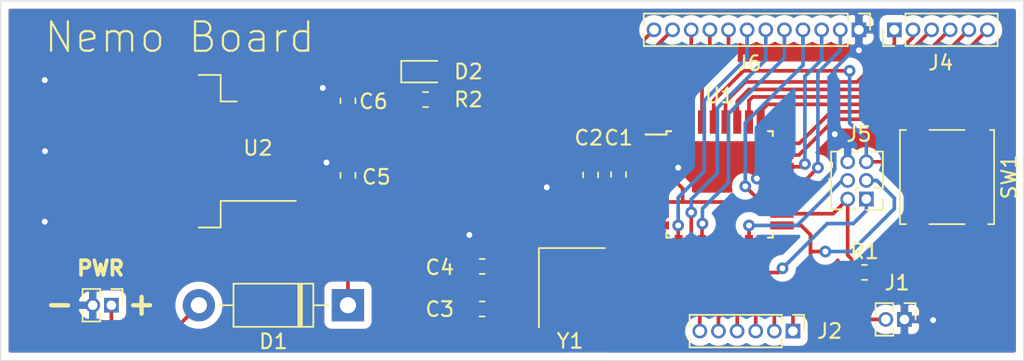
<source format=kicad_pcb>
(kicad_pcb (version 20171130) (host pcbnew 5.1.6-c6e7f7d~86~ubuntu18.04.1)

  (general
    (thickness 1.6)
    (drawings 8)
    (tracks 267)
    (zones 0)
    (modules 20)
    (nets 32)
  )

  (page A4)
  (layers
    (0 F.Cu signal)
    (31 B.Cu power)
    (32 B.Adhes user)
    (33 F.Adhes user)
    (34 B.Paste user)
    (35 F.Paste user)
    (36 B.SilkS user)
    (37 F.SilkS user)
    (38 B.Mask user)
    (39 F.Mask user)
    (40 Dwgs.User user)
    (41 Cmts.User user)
    (42 Eco1.User user)
    (43 Eco2.User user)
    (44 Edge.Cuts user)
    (45 Margin user)
    (46 B.CrtYd user)
    (47 F.CrtYd user)
    (48 B.Fab user)
    (49 F.Fab user)
  )

  (setup
    (last_trace_width 0.25)
    (trace_clearance 0.2)
    (zone_clearance 0.508)
    (zone_45_only no)
    (trace_min 0.2)
    (via_size 0.8)
    (via_drill 0.4)
    (via_min_size 0.4)
    (via_min_drill 0.3)
    (uvia_size 0.3)
    (uvia_drill 0.1)
    (uvias_allowed no)
    (uvia_min_size 0.2)
    (uvia_min_drill 0.1)
    (edge_width 0.05)
    (segment_width 0.2)
    (pcb_text_width 0.3)
    (pcb_text_size 1.5 1.5)
    (mod_edge_width 0.12)
    (mod_text_size 1 1)
    (mod_text_width 0.15)
    (pad_size 1.524 1.524)
    (pad_drill 0.762)
    (pad_to_mask_clearance 0.05)
    (aux_axis_origin 0 0)
    (grid_origin 92 115.5)
    (visible_elements FFFFFF7F)
    (pcbplotparams
      (layerselection 0x010fc_ffffffff)
      (usegerberextensions false)
      (usegerberattributes true)
      (usegerberadvancedattributes true)
      (creategerberjobfile true)
      (excludeedgelayer true)
      (linewidth 0.100000)
      (plotframeref false)
      (viasonmask false)
      (mode 1)
      (useauxorigin false)
      (hpglpennumber 1)
      (hpglpenspeed 20)
      (hpglpendiameter 15.000000)
      (psnegative false)
      (psa4output false)
      (plotreference true)
      (plotvalue true)
      (plotinvisibletext false)
      (padsonsilk false)
      (subtractmaskfromsilk false)
      (outputformat 1)
      (mirror false)
      (drillshape 1)
      (scaleselection 1)
      (outputdirectory ""))
  )

  (net 0 "")
  (net 1 /RESET)
  (net 2 /MOSI)
  (net 3 /SCK)
  (net 4 /MISO)
  (net 5 GND)
  (net 6 VCC)
  (net 7 /XTAL2)
  (net 8 /XTAL1)
  (net 9 "Net-(C5-Pad1)")
  (net 10 "Net-(D1-Pad2)")
  (net 11 "Net-(D2-Pad2)")
  (net 12 "Net-(J2-Pad6)")
  (net 13 "Net-(J2-Pad5)")
  (net 14 "Net-(J2-Pad4)")
  (net 15 "Net-(J4-Pad6)")
  (net 16 "Net-(J4-Pad5)")
  (net 17 "Net-(J4-Pad4)")
  (net 18 "Net-(J4-Pad3)")
  (net 19 "Net-(J4-Pad2)")
  (net 20 "Net-(J4-Pad1)")
  (net 21 /AREF)
  (net 22 "Net-(J6-Pad10)")
  (net 23 "Net-(J6-Pad11)")
  (net 24 "Net-(J6-Pad12)")
  (net 25 /ADC7)
  (net 26 /ADC6)
  (net 27 "Net-(J6-Pad5)")
  (net 28 "Net-(J6-Pad6)")
  (net 29 "Net-(J6-Pad7)")
  (net 30 "Net-(J6-Pad8)")
  (net 31 "Net-(J6-Pad9)")

  (net_class Default "This is the default net class."
    (clearance 0.2)
    (trace_width 0.25)
    (via_dia 0.8)
    (via_drill 0.4)
    (uvia_dia 0.3)
    (uvia_drill 0.1)
    (add_net /ADC6)
    (add_net /ADC7)
    (add_net /AREF)
    (add_net /MISO)
    (add_net /MOSI)
    (add_net /RESET)
    (add_net /SCK)
    (add_net /XTAL1)
    (add_net /XTAL2)
    (add_net GND)
    (add_net "Net-(C5-Pad1)")
    (add_net "Net-(D1-Pad2)")
    (add_net "Net-(D2-Pad2)")
    (add_net "Net-(J2-Pad4)")
    (add_net "Net-(J2-Pad5)")
    (add_net "Net-(J2-Pad6)")
    (add_net "Net-(J4-Pad1)")
    (add_net "Net-(J4-Pad2)")
    (add_net "Net-(J4-Pad3)")
    (add_net "Net-(J4-Pad4)")
    (add_net "Net-(J4-Pad5)")
    (add_net "Net-(J4-Pad6)")
    (add_net "Net-(J6-Pad10)")
    (add_net "Net-(J6-Pad11)")
    (add_net "Net-(J6-Pad12)")
    (add_net "Net-(J6-Pad5)")
    (add_net "Net-(J6-Pad6)")
    (add_net "Net-(J6-Pad7)")
    (add_net "Net-(J6-Pad8)")
    (add_net "Net-(J6-Pad9)")
    (add_net VCC)
  )

  (module Button_Switch_SMD:SW_Push_1P1T_NO_CK_KSC7xxJ (layer F.Cu) (tedit 5C63FE2A) (tstamp 5EC5EB94)
    (at 156.5 103 90)
    (descr "CK components KSC7 tactile switch https://www.ckswitches.com/media/1973/ksc7.pdf")
    (tags "tactile switch ksc7")
    (path /5ECBF5C4)
    (attr smd)
    (fp_text reference SW1 (at 0 4.24 90) (layer F.SilkS)
      (effects (font (size 1 1) (thickness 0.15)))
    )
    (fp_text value SW_Push (at 0 -4.23 90) (layer F.Fab)
      (effects (font (size 1 1) (thickness 0.15)))
    )
    (fp_line (start -3.21 -1.2) (end -3.21 1.2) (layer F.SilkS) (width 0.12))
    (fp_line (start -3.21 -3.21) (end -3.21 -2.8) (layer F.SilkS) (width 0.12))
    (fp_line (start 3.21 -3.21) (end -3.21 -3.21) (layer F.SilkS) (width 0.12))
    (fp_line (start 3.21 -2.8) (end 3.21 -3.21) (layer F.SilkS) (width 0.12))
    (fp_line (start 3.21 1.2) (end 3.21 -1.2) (layer F.SilkS) (width 0.12))
    (fp_line (start 3.21 3.21) (end 3.21 2.93) (layer F.SilkS) (width 0.12))
    (fp_line (start -3.21 3.21) (end 3.21 3.21) (layer F.SilkS) (width 0.12))
    (fp_line (start -3.21 2.8) (end -3.21 3.21) (layer F.SilkS) (width 0.12))
    (fp_circle (center 0 0) (end 1.5 0) (layer F.Fab) (width 0.1))
    (fp_line (start -4.55 3.35) (end -4.55 -3.35) (layer F.CrtYd) (width 0.05))
    (fp_line (start 4.55 3.35) (end -4.55 3.35) (layer F.CrtYd) (width 0.05))
    (fp_line (start 4.55 -3.35) (end 4.55 3.35) (layer F.CrtYd) (width 0.05))
    (fp_line (start -4.55 -3.35) (end 4.55 -3.35) (layer F.CrtYd) (width 0.05))
    (fp_line (start -3.1 3.1) (end -3.1 -3.1) (layer F.Fab) (width 0.1))
    (fp_line (start 3.1 3.1) (end -3.1 3.1) (layer F.Fab) (width 0.1))
    (fp_line (start 3.1 -3.1) (end 3.1 3.1) (layer F.Fab) (width 0.1))
    (fp_line (start -3.1 -3.1) (end 3.1 -3.1) (layer F.Fab) (width 0.1))
    (fp_text user %R (at 0 0 90) (layer F.Fab)
      (effects (font (size 1 1) (thickness 0.15)))
    )
    (pad 2 smd rect (at 2.9 2 90) (size 2.8 1) (layers F.Cu F.Paste F.Mask)
      (net 5 GND))
    (pad 2 smd rect (at -2.9 2 90) (size 2.8 1) (layers F.Cu F.Paste F.Mask)
      (net 5 GND))
    (pad 1 smd rect (at 2.9 -2 90) (size 2.8 1) (layers F.Cu F.Paste F.Mask)
      (net 1 /RESET))
    (pad 1 smd rect (at -2.9 -2 90) (size 2.8 1) (layers F.Cu F.Paste F.Mask)
      (net 1 /RESET))
    (model ${KISYS3DMOD}/Button_Switch_SMD.3dshapes/SW_push_1P1T_NO_CK_KSC7xxJxxx.wrl
      (at (xyz 0 0 0))
      (scale (xyz 1 1 1))
      (rotate (xyz 0 0 0))
    )
  )

  (module Package_TO_SOT_SMD:TO-263-2 placed (layer F.Cu) (tedit 5A70FB7B) (tstamp 5EC5D3D4)
    (at 104.04 101.238 180)
    (descr "TO-263 / D2PAK / DDPAK SMD package, http://www.infineon.com/cms/en/product/packages/PG-TO263/PG-TO263-3-1/")
    (tags "D2PAK DDPAK TO-263 D2PAK-3 TO-263-3 SOT-404")
    (path /5EC1D890)
    (attr smd)
    (fp_text reference U2 (at -5.486 0.216) (layer F.SilkS)
      (effects (font (size 1 1) (thickness 0.15)))
    )
    (fp_text value L7805 (at 0 6.65) (layer F.Fab)
      (effects (font (size 1 1) (thickness 0.15)))
    )
    (fp_line (start 6.5 -5) (end 7.5 -5) (layer F.Fab) (width 0.1))
    (fp_line (start 7.5 -5) (end 7.5 5) (layer F.Fab) (width 0.1))
    (fp_line (start 7.5 5) (end 6.5 5) (layer F.Fab) (width 0.1))
    (fp_line (start 6.5 -5) (end 6.5 5) (layer F.Fab) (width 0.1))
    (fp_line (start 6.5 5) (end -2.75 5) (layer F.Fab) (width 0.1))
    (fp_line (start -2.75 5) (end -2.75 -4) (layer F.Fab) (width 0.1))
    (fp_line (start -2.75 -4) (end -1.75 -5) (layer F.Fab) (width 0.1))
    (fp_line (start -1.75 -5) (end 6.5 -5) (layer F.Fab) (width 0.1))
    (fp_line (start -2.75 -3.04) (end -7.45 -3.04) (layer F.Fab) (width 0.1))
    (fp_line (start -7.45 -3.04) (end -7.45 -2.04) (layer F.Fab) (width 0.1))
    (fp_line (start -7.45 -2.04) (end -2.75 -2.04) (layer F.Fab) (width 0.1))
    (fp_line (start -2.75 2.04) (end -7.45 2.04) (layer F.Fab) (width 0.1))
    (fp_line (start -7.45 2.04) (end -7.45 3.04) (layer F.Fab) (width 0.1))
    (fp_line (start -7.45 3.04) (end -2.75 3.04) (layer F.Fab) (width 0.1))
    (fp_line (start -1.45 -5.2) (end -2.95 -5.2) (layer F.SilkS) (width 0.12))
    (fp_line (start -2.95 -5.2) (end -2.95 -3.39) (layer F.SilkS) (width 0.12))
    (fp_line (start -2.95 -3.39) (end -8.075 -3.39) (layer F.SilkS) (width 0.12))
    (fp_line (start -1.45 5.2) (end -2.95 5.2) (layer F.SilkS) (width 0.12))
    (fp_line (start -2.95 5.2) (end -2.95 3.39) (layer F.SilkS) (width 0.12))
    (fp_line (start -2.95 3.39) (end -4.05 3.39) (layer F.SilkS) (width 0.12))
    (fp_line (start -8.32 -5.65) (end -8.32 5.65) (layer F.CrtYd) (width 0.05))
    (fp_line (start -8.32 5.65) (end 8.32 5.65) (layer F.CrtYd) (width 0.05))
    (fp_line (start 8.32 5.65) (end 8.32 -5.65) (layer F.CrtYd) (width 0.05))
    (fp_line (start 8.32 -5.65) (end -8.32 -5.65) (layer F.CrtYd) (width 0.05))
    (fp_text user %R (at 0 0) (layer F.Fab)
      (effects (font (size 1 1) (thickness 0.15)))
    )
    (pad "" smd rect (at 0.95 2.775 180) (size 4.55 5.25) (layers F.Paste))
    (pad "" smd rect (at 5.8 -2.775 180) (size 4.55 5.25) (layers F.Paste))
    (pad "" smd rect (at 0.95 -2.775 180) (size 4.55 5.25) (layers F.Paste))
    (pad "" smd rect (at 5.8 2.775 180) (size 4.55 5.25) (layers F.Paste))
    (pad 2 smd rect (at 3.375 0 180) (size 9.4 10.8) (layers F.Cu F.Mask)
      (net 5 GND))
    (pad 3 smd rect (at -5.775 2.54 180) (size 4.6 1.1) (layers F.Cu F.Paste F.Mask)
      (net 6 VCC))
    (pad 1 smd rect (at -5.775 -2.54 180) (size 4.6 1.1) (layers F.Cu F.Paste F.Mask)
      (net 9 "Net-(C5-Pad1)"))
    (model ${KISYS3DMOD}/Package_TO_SOT_SMD.3dshapes/TO-263-2.wrl
      (at (xyz 0 0 0))
      (scale (xyz 1 1 1))
      (rotate (xyz 0 0 0))
    )
  )

  (module Connector_PinHeader_1.27mm:PinHeader_1x12_P1.27mm_Vertical (layer F.Cu) (tedit 59FED6E3) (tstamp 5EC5C09B)
    (at 150.495 92.964 270)
    (descr "Through hole straight pin header, 1x12, 1.27mm pitch, single row")
    (tags "Through hole pin header THT 1x12 1.27mm single row")
    (path /5EC650BD)
    (fp_text reference J6 (at 2.286 7.5 180) (layer F.SilkS)
      (effects (font (size 1 1) (thickness 0.15)))
    )
    (fp_text value Conn_01x12_Male (at 0 15.665 90) (layer F.Fab) hide
      (effects (font (size 1 1) (thickness 0.15)))
    )
    (fp_line (start -0.525 -0.635) (end 1.05 -0.635) (layer F.Fab) (width 0.1))
    (fp_line (start 1.05 -0.635) (end 1.05 14.605) (layer F.Fab) (width 0.1))
    (fp_line (start 1.05 14.605) (end -1.05 14.605) (layer F.Fab) (width 0.1))
    (fp_line (start -1.05 14.605) (end -1.05 -0.11) (layer F.Fab) (width 0.1))
    (fp_line (start -1.05 -0.11) (end -0.525 -0.635) (layer F.Fab) (width 0.1))
    (fp_line (start -1.11 14.665) (end -0.30753 14.665) (layer F.SilkS) (width 0.12))
    (fp_line (start 0.30753 14.665) (end 1.11 14.665) (layer F.SilkS) (width 0.12))
    (fp_line (start -1.11 0.76) (end -1.11 14.665) (layer F.SilkS) (width 0.12))
    (fp_line (start 1.11 0.76) (end 1.11 14.665) (layer F.SilkS) (width 0.12))
    (fp_line (start -1.11 0.76) (end -0.563471 0.76) (layer F.SilkS) (width 0.12))
    (fp_line (start 0.563471 0.76) (end 1.11 0.76) (layer F.SilkS) (width 0.12))
    (fp_line (start -1.11 0) (end -1.11 -0.76) (layer F.SilkS) (width 0.12))
    (fp_line (start -1.11 -0.76) (end 0 -0.76) (layer F.SilkS) (width 0.12))
    (fp_line (start -1.55 -1.15) (end -1.55 15.15) (layer F.CrtYd) (width 0.05))
    (fp_line (start -1.55 15.15) (end 1.55 15.15) (layer F.CrtYd) (width 0.05))
    (fp_line (start 1.55 15.15) (end 1.55 -1.15) (layer F.CrtYd) (width 0.05))
    (fp_line (start 1.55 -1.15) (end -1.55 -1.15) (layer F.CrtYd) (width 0.05))
    (fp_text user %R (at 0 6.985) (layer F.Fab) hide
      (effects (font (size 1 1) (thickness 0.15)))
    )
    (pad 12 thru_hole oval (at 0 13.97 270) (size 1 1) (drill 0.65) (layers *.Cu *.Mask)
      (net 24 "Net-(J6-Pad12)"))
    (pad 11 thru_hole oval (at 0 12.7 270) (size 1 1) (drill 0.65) (layers *.Cu *.Mask)
      (net 23 "Net-(J6-Pad11)"))
    (pad 10 thru_hole oval (at 0 11.43 270) (size 1 1) (drill 0.65) (layers *.Cu *.Mask)
      (net 22 "Net-(J6-Pad10)"))
    (pad 9 thru_hole oval (at 0 10.16 270) (size 1 1) (drill 0.65) (layers *.Cu *.Mask)
      (net 31 "Net-(J6-Pad9)"))
    (pad 8 thru_hole oval (at 0 8.89 270) (size 1 1) (drill 0.65) (layers *.Cu *.Mask)
      (net 30 "Net-(J6-Pad8)"))
    (pad 7 thru_hole oval (at 0 7.62 270) (size 1 1) (drill 0.65) (layers *.Cu *.Mask)
      (net 29 "Net-(J6-Pad7)"))
    (pad 6 thru_hole oval (at 0 6.35 270) (size 1 1) (drill 0.65) (layers *.Cu *.Mask)
      (net 28 "Net-(J6-Pad6)"))
    (pad 5 thru_hole oval (at 0 5.08 270) (size 1 1) (drill 0.65) (layers *.Cu *.Mask)
      (net 27 "Net-(J6-Pad5)"))
    (pad 4 thru_hole oval (at 0 3.81 270) (size 1 1) (drill 0.65) (layers *.Cu *.Mask)
      (net 26 /ADC6))
    (pad 3 thru_hole oval (at 0 2.54 270) (size 1 1) (drill 0.65) (layers *.Cu *.Mask)
      (net 25 /ADC7))
    (pad 2 thru_hole oval (at 0 1.27 270) (size 1 1) (drill 0.65) (layers *.Cu *.Mask)
      (net 21 /AREF))
    (pad 1 thru_hole rect (at 0 0 270) (size 1 1) (drill 0.65) (layers *.Cu *.Mask)
      (net 5 GND))
    (model ${KISYS3DMOD}/Connector_PinHeader_1.27mm.3dshapes/PinHeader_1x12_P1.27mm_Vertical.wrl
      (at (xyz 0 0 0))
      (scale (xyz 1 1 1))
      (rotate (xyz 0 0 0))
    )
  )

  (module Connector_PinHeader_1.27mm:PinHeader_1x02_P1.27mm_Vertical (layer F.Cu) (tedit 59FED6E3) (tstamp 5EC5B7AD)
    (at 153.595 112.706 270)
    (descr "Through hole straight pin header, 1x02, 1.27mm pitch, single row")
    (tags "Through hole pin header THT 1x02 1.27mm single row")
    (path /5ECB8953)
    (fp_text reference J1 (at -2.5 0.5 180) (layer F.SilkS)
      (effects (font (size 1 1) (thickness 0.15)))
    )
    (fp_text value Conn_01x02_Male (at 0 2.965 90) (layer F.Fab) hide
      (effects (font (size 1 1) (thickness 0.15)))
    )
    (fp_line (start -0.525 -0.635) (end 1.05 -0.635) (layer F.Fab) (width 0.1))
    (fp_line (start 1.05 -0.635) (end 1.05 1.905) (layer F.Fab) (width 0.1))
    (fp_line (start 1.05 1.905) (end -1.05 1.905) (layer F.Fab) (width 0.1))
    (fp_line (start -1.05 1.905) (end -1.05 -0.11) (layer F.Fab) (width 0.1))
    (fp_line (start -1.05 -0.11) (end -0.525 -0.635) (layer F.Fab) (width 0.1))
    (fp_line (start -1.11 1.965) (end -0.30753 1.965) (layer F.SilkS) (width 0.12))
    (fp_line (start 0.30753 1.965) (end 1.11 1.965) (layer F.SilkS) (width 0.12))
    (fp_line (start -1.11 0.76) (end -1.11 1.965) (layer F.SilkS) (width 0.12))
    (fp_line (start 1.11 0.76) (end 1.11 1.965) (layer F.SilkS) (width 0.12))
    (fp_line (start -1.11 0.76) (end -0.563471 0.76) (layer F.SilkS) (width 0.12))
    (fp_line (start 0.563471 0.76) (end 1.11 0.76) (layer F.SilkS) (width 0.12))
    (fp_line (start -1.11 0) (end -1.11 -0.76) (layer F.SilkS) (width 0.12))
    (fp_line (start -1.11 -0.76) (end 0 -0.76) (layer F.SilkS) (width 0.12))
    (fp_line (start -1.55 -1.15) (end -1.55 2.45) (layer F.CrtYd) (width 0.05))
    (fp_line (start -1.55 2.45) (end 1.55 2.45) (layer F.CrtYd) (width 0.05))
    (fp_line (start 1.55 2.45) (end 1.55 -1.15) (layer F.CrtYd) (width 0.05))
    (fp_line (start 1.55 -1.15) (end -1.55 -1.15) (layer F.CrtYd) (width 0.05))
    (fp_text user %R (at 0 0.635) (layer F.Fab) hide
      (effects (font (size 1 1) (thickness 0.15)))
    )
    (pad 2 thru_hole oval (at 0 1.27 270) (size 1 1) (drill 0.65) (layers *.Cu *.Mask)
      (net 6 VCC))
    (pad 1 thru_hole rect (at 0 0 270) (size 1 1) (drill 0.65) (layers *.Cu *.Mask)
      (net 5 GND))
    (model ${KISYS3DMOD}/Connector_PinHeader_1.27mm.3dshapes/PinHeader_1x02_P1.27mm_Vertical.wrl
      (at (xyz 0 0 0))
      (scale (xyz 1 1 1))
      (rotate (xyz 0 0 0))
    )
  )

  (module Crystal:Crystal_SMD_3225-4Pin_3.2x2.5mm_HandSoldering placed (layer F.Cu) (tedit 5A0FD1B2) (tstamp 5EC50A42)
    (at 130.93 110.543 270)
    (descr "SMD Crystal SERIES SMD3225/4 http://www.txccrystal.com/images/pdf/7m-accuracy.pdf, hand-soldering, 3.2x2.5mm^2 package")
    (tags "SMD SMT crystal hand-soldering")
    (path /5EC1CF4C)
    (attr smd)
    (fp_text reference Y1 (at 3.63 0.12 180) (layer F.SilkS)
      (effects (font (size 1 1) (thickness 0.15)))
    )
    (fp_text value 16MHz (at 0 3.05 90) (layer F.Fab)
      (effects (font (size 1 1) (thickness 0.15)))
    )
    (fp_line (start -1.6 -1.25) (end -1.6 1.25) (layer F.Fab) (width 0.1))
    (fp_line (start -1.6 1.25) (end 1.6 1.25) (layer F.Fab) (width 0.1))
    (fp_line (start 1.6 1.25) (end 1.6 -1.25) (layer F.Fab) (width 0.1))
    (fp_line (start 1.6 -1.25) (end -1.6 -1.25) (layer F.Fab) (width 0.1))
    (fp_line (start -1.6 0.25) (end -0.6 1.25) (layer F.Fab) (width 0.1))
    (fp_line (start -2.7 -2.25) (end -2.7 2.25) (layer F.SilkS) (width 0.12))
    (fp_line (start -2.7 2.25) (end 2.7 2.25) (layer F.SilkS) (width 0.12))
    (fp_line (start -2.8 -2.3) (end -2.8 2.3) (layer F.CrtYd) (width 0.05))
    (fp_line (start -2.8 2.3) (end 2.8 2.3) (layer F.CrtYd) (width 0.05))
    (fp_line (start 2.8 2.3) (end 2.8 -2.3) (layer F.CrtYd) (width 0.05))
    (fp_line (start 2.8 -2.3) (end -2.8 -2.3) (layer F.CrtYd) (width 0.05))
    (fp_text user %R (at 0 0 90) (layer F.Fab)
      (effects (font (size 0.7 0.7) (thickness 0.105)))
    )
    (pad 4 smd rect (at -1.45 -1.15 270) (size 2.1 1.8) (layers F.Cu F.Paste F.Mask))
    (pad 3 smd rect (at 1.45 -1.15 270) (size 2.1 1.8) (layers F.Cu F.Paste F.Mask))
    (pad 2 smd rect (at 1.45 1.15 270) (size 2.1 1.8) (layers F.Cu F.Paste F.Mask)
      (net 7 /XTAL2))
    (pad 1 smd rect (at -1.45 1.15 270) (size 2.1 1.8) (layers F.Cu F.Paste F.Mask)
      (net 8 /XTAL1))
    (model ${KISYS3DMOD}/Crystal.3dshapes/Crystal_SMD_3225-4Pin_3.2x2.5mm_HandSoldering.wrl
      (at (xyz 0 0 0))
      (scale (xyz 1 1 1))
      (rotate (xyz 0 0 0))
    )
  )

  (module Resistor_SMD:R_0603_1608Metric_Pad1.05x0.95mm_HandSolder placed (layer F.Cu) (tedit 5B301BBD) (tstamp 5EC50986)
    (at 120.956 97.72 180)
    (descr "Resistor SMD 0603 (1608 Metric), square (rectangular) end terminal, IPC_7351 nominal with elongated pad for handsoldering. (Body size source: http://www.tortai-tech.com/upload/download/2011102023233369053.pdf), generated with kicad-footprint-generator")
    (tags "resistor handsolder")
    (path /5EC78553)
    (attr smd)
    (fp_text reference R2 (at -2.921 0) (layer F.SilkS)
      (effects (font (size 1 1) (thickness 0.15)))
    )
    (fp_text value 1k (at 0 2 270) (layer F.Fab)
      (effects (font (size 1 1) (thickness 0.15)))
    )
    (fp_line (start -0.8 0.4) (end -0.8 -0.4) (layer F.Fab) (width 0.1))
    (fp_line (start -0.8 -0.4) (end 0.8 -0.4) (layer F.Fab) (width 0.1))
    (fp_line (start 0.8 -0.4) (end 0.8 0.4) (layer F.Fab) (width 0.1))
    (fp_line (start 0.8 0.4) (end -0.8 0.4) (layer F.Fab) (width 0.1))
    (fp_line (start -0.171267 -0.51) (end 0.171267 -0.51) (layer F.SilkS) (width 0.12))
    (fp_line (start -0.171267 0.51) (end 0.171267 0.51) (layer F.SilkS) (width 0.12))
    (fp_line (start -1.65 0.73) (end -1.65 -0.73) (layer F.CrtYd) (width 0.05))
    (fp_line (start -1.65 -0.73) (end 1.65 -0.73) (layer F.CrtYd) (width 0.05))
    (fp_line (start 1.65 -0.73) (end 1.65 0.73) (layer F.CrtYd) (width 0.05))
    (fp_line (start 1.65 0.73) (end -1.65 0.73) (layer F.CrtYd) (width 0.05))
    (fp_text user %R (at 0 0) (layer F.Fab)
      (effects (font (size 0.4 0.4) (thickness 0.06)))
    )
    (pad 2 smd roundrect (at 0.875 0 180) (size 1.05 0.95) (layers F.Cu F.Paste F.Mask) (roundrect_rratio 0.25)
      (net 6 VCC))
    (pad 1 smd roundrect (at -0.875 0 180) (size 1.05 0.95) (layers F.Cu F.Paste F.Mask) (roundrect_rratio 0.25)
      (net 11 "Net-(D2-Pad2)"))
    (model ${KISYS3DMOD}/Resistor_SMD.3dshapes/R_0603_1608Metric.wrl
      (at (xyz 0 0 0))
      (scale (xyz 1 1 1))
      (rotate (xyz 0 0 0))
    )
  )

  (module Resistor_SMD:R_0603_1608Metric_Pad1.05x0.95mm_HandSolder placed (layer F.Cu) (tedit 5B301BBD) (tstamp 5EC50975)
    (at 150.875 109.5)
    (descr "Resistor SMD 0603 (1608 Metric), square (rectangular) end terminal, IPC_7351 nominal with elongated pad for handsoldering. (Body size source: http://www.tortai-tech.com/upload/download/2011102023233369053.pdf), generated with kicad-footprint-generator")
    (tags "resistor handsolder")
    (path /5ECC42B1)
    (attr smd)
    (fp_text reference R1 (at 0 -1.43) (layer F.SilkS)
      (effects (font (size 1 1) (thickness 0.15)))
    )
    (fp_text value 10k (at 0 1.43) (layer F.Fab)
      (effects (font (size 1 1) (thickness 0.15)))
    )
    (fp_line (start -0.8 0.4) (end -0.8 -0.4) (layer F.Fab) (width 0.1))
    (fp_line (start -0.8 -0.4) (end 0.8 -0.4) (layer F.Fab) (width 0.1))
    (fp_line (start 0.8 -0.4) (end 0.8 0.4) (layer F.Fab) (width 0.1))
    (fp_line (start 0.8 0.4) (end -0.8 0.4) (layer F.Fab) (width 0.1))
    (fp_line (start -0.171267 -0.51) (end 0.171267 -0.51) (layer F.SilkS) (width 0.12))
    (fp_line (start -0.171267 0.51) (end 0.171267 0.51) (layer F.SilkS) (width 0.12))
    (fp_line (start -1.65 0.73) (end -1.65 -0.73) (layer F.CrtYd) (width 0.05))
    (fp_line (start -1.65 -0.73) (end 1.65 -0.73) (layer F.CrtYd) (width 0.05))
    (fp_line (start 1.65 -0.73) (end 1.65 0.73) (layer F.CrtYd) (width 0.05))
    (fp_line (start 1.65 0.73) (end -1.65 0.73) (layer F.CrtYd) (width 0.05))
    (fp_text user %R (at 0 0) (layer F.Fab)
      (effects (font (size 0.4 0.4) (thickness 0.06)))
    )
    (pad 2 smd roundrect (at 0.875 0) (size 1.05 0.95) (layers F.Cu F.Paste F.Mask) (roundrect_rratio 0.25)
      (net 1 /RESET))
    (pad 1 smd roundrect (at -0.875 0) (size 1.05 0.95) (layers F.Cu F.Paste F.Mask) (roundrect_rratio 0.25)
      (net 6 VCC))
    (model ${KISYS3DMOD}/Resistor_SMD.3dshapes/R_0603_1608Metric.wrl
      (at (xyz 0 0 0))
      (scale (xyz 1 1 1))
      (rotate (xyz 0 0 0))
    )
  )

  (module Connector_PinHeader_1.27mm:PinHeader_2x03_P1.27mm_Vertical placed (layer F.Cu) (tedit 59FED6E3) (tstamp 5EC5094C)
    (at 151 104.5 180)
    (descr "Through hole straight pin header, 2x03, 1.27mm pitch, double rows")
    (tags "Through hole pin header THT 2x03 1.27mm double row")
    (path /5EBEAF74)
    (fp_text reference J5 (at 0.505 4.424) (layer F.SilkS)
      (effects (font (size 1 1) (thickness 0.15)))
    )
    (fp_text value Conn_02x03_Odd_Even (at 0.635 4.235) (layer F.Fab) hide
      (effects (font (size 1 1) (thickness 0.15)))
    )
    (fp_line (start -0.2175 -0.635) (end 2.34 -0.635) (layer F.Fab) (width 0.1))
    (fp_line (start 2.34 -0.635) (end 2.34 3.175) (layer F.Fab) (width 0.1))
    (fp_line (start 2.34 3.175) (end -1.07 3.175) (layer F.Fab) (width 0.1))
    (fp_line (start -1.07 3.175) (end -1.07 0.2175) (layer F.Fab) (width 0.1))
    (fp_line (start -1.07 0.2175) (end -0.2175 -0.635) (layer F.Fab) (width 0.1))
    (fp_line (start -1.13 3.235) (end -0.30753 3.235) (layer F.SilkS) (width 0.12))
    (fp_line (start 1.57753 3.235) (end 2.4 3.235) (layer F.SilkS) (width 0.12))
    (fp_line (start 0.30753 3.235) (end 0.96247 3.235) (layer F.SilkS) (width 0.12))
    (fp_line (start -1.13 0.76) (end -1.13 3.235) (layer F.SilkS) (width 0.12))
    (fp_line (start 2.4 -0.695) (end 2.4 3.235) (layer F.SilkS) (width 0.12))
    (fp_line (start -1.13 0.76) (end -0.563471 0.76) (layer F.SilkS) (width 0.12))
    (fp_line (start 0.563471 0.76) (end 0.706529 0.76) (layer F.SilkS) (width 0.12))
    (fp_line (start 0.76 0.706529) (end 0.76 0.563471) (layer F.SilkS) (width 0.12))
    (fp_line (start 0.76 -0.563471) (end 0.76 -0.695) (layer F.SilkS) (width 0.12))
    (fp_line (start 0.76 -0.695) (end 0.96247 -0.695) (layer F.SilkS) (width 0.12))
    (fp_line (start 1.57753 -0.695) (end 2.4 -0.695) (layer F.SilkS) (width 0.12))
    (fp_line (start -1.13 0) (end -1.13 -0.76) (layer F.SilkS) (width 0.12))
    (fp_line (start -1.13 -0.76) (end 0 -0.76) (layer F.SilkS) (width 0.12))
    (fp_line (start -1.6 -1.15) (end -1.6 3.7) (layer F.CrtYd) (width 0.05))
    (fp_line (start -1.6 3.7) (end 2.85 3.7) (layer F.CrtYd) (width 0.05))
    (fp_line (start 2.85 3.7) (end 2.85 -1.15) (layer F.CrtYd) (width 0.05))
    (fp_line (start 2.85 -1.15) (end -1.6 -1.15) (layer F.CrtYd) (width 0.05))
    (fp_text user %R (at 0.635 1.27 180) (layer F.Fab)
      (effects (font (size 1 1) (thickness 0.15)))
    )
    (pad 6 thru_hole oval (at 1.27 2.54 180) (size 1 1) (drill 0.65) (layers *.Cu *.Mask)
      (net 5 GND))
    (pad 5 thru_hole oval (at 0 2.54 180) (size 1 1) (drill 0.65) (layers *.Cu *.Mask)
      (net 1 /RESET))
    (pad 4 thru_hole oval (at 1.27 1.27 180) (size 1 1) (drill 0.65) (layers *.Cu *.Mask)
      (net 2 /MOSI))
    (pad 3 thru_hole oval (at 0 1.27 180) (size 1 1) (drill 0.65) (layers *.Cu *.Mask)
      (net 3 /SCK))
    (pad 2 thru_hole oval (at 1.27 0 180) (size 1 1) (drill 0.65) (layers *.Cu *.Mask)
      (net 6 VCC))
    (pad 1 thru_hole rect (at 0 0 180) (size 1 1) (drill 0.65) (layers *.Cu *.Mask)
      (net 4 /MISO))
    (model ${KISYS3DMOD}/Connector_PinHeader_1.27mm.3dshapes/PinHeader_2x03_P1.27mm_Vertical.wrl
      (at (xyz 0 0 0))
      (scale (xyz 1 1 1))
      (rotate (xyz 0 0 0))
    )
  )

  (module Connector_PinHeader_1.27mm:PinHeader_1x06_P1.27mm_Vertical placed (layer F.Cu) (tedit 59FED6E3) (tstamp 5EC5ECBE)
    (at 152.908 92.964 90)
    (descr "Through hole straight pin header, 1x06, 1.27mm pitch, single row")
    (tags "Through hole pin header THT 1x06 1.27mm single row")
    (path /5EC479A2)
    (fp_text reference J4 (at -2.25 3.161 180) (layer F.SilkS)
      (effects (font (size 1 1) (thickness 0.15)))
    )
    (fp_text value Conn_01x06_Male (at 0 8.045 90) (layer F.Fab) hide
      (effects (font (size 1 1) (thickness 0.15)))
    )
    (fp_line (start -0.525 -0.635) (end 1.05 -0.635) (layer F.Fab) (width 0.1))
    (fp_line (start 1.05 -0.635) (end 1.05 6.985) (layer F.Fab) (width 0.1))
    (fp_line (start 1.05 6.985) (end -1.05 6.985) (layer F.Fab) (width 0.1))
    (fp_line (start -1.05 6.985) (end -1.05 -0.11) (layer F.Fab) (width 0.1))
    (fp_line (start -1.05 -0.11) (end -0.525 -0.635) (layer F.Fab) (width 0.1))
    (fp_line (start -1.11 7.045) (end -0.30753 7.045) (layer F.SilkS) (width 0.12))
    (fp_line (start 0.30753 7.045) (end 1.11 7.045) (layer F.SilkS) (width 0.12))
    (fp_line (start -1.11 0.76) (end -1.11 7.045) (layer F.SilkS) (width 0.12))
    (fp_line (start 1.11 0.76) (end 1.11 7.045) (layer F.SilkS) (width 0.12))
    (fp_line (start -1.11 0.76) (end -0.563471 0.76) (layer F.SilkS) (width 0.12))
    (fp_line (start 0.563471 0.76) (end 1.11 0.76) (layer F.SilkS) (width 0.12))
    (fp_line (start -1.11 0) (end -1.11 -0.76) (layer F.SilkS) (width 0.12))
    (fp_line (start -1.11 -0.76) (end 0 -0.76) (layer F.SilkS) (width 0.12))
    (fp_line (start -1.55 -1.15) (end -1.55 7.5) (layer F.CrtYd) (width 0.05))
    (fp_line (start -1.55 7.5) (end 1.55 7.5) (layer F.CrtYd) (width 0.05))
    (fp_line (start 1.55 7.5) (end 1.55 -1.15) (layer F.CrtYd) (width 0.05))
    (fp_line (start 1.55 -1.15) (end -1.55 -1.15) (layer F.CrtYd) (width 0.05))
    (fp_text user %R (at 0 3.175) (layer F.Fab) hide
      (effects (font (size 1 1) (thickness 0.15)))
    )
    (pad 6 thru_hole oval (at 0 6.35 90) (size 1 1) (drill 0.65) (layers *.Cu *.Mask)
      (net 15 "Net-(J4-Pad6)"))
    (pad 5 thru_hole oval (at 0 5.08 90) (size 1 1) (drill 0.65) (layers *.Cu *.Mask)
      (net 16 "Net-(J4-Pad5)"))
    (pad 4 thru_hole oval (at 0 3.81 90) (size 1 1) (drill 0.65) (layers *.Cu *.Mask)
      (net 17 "Net-(J4-Pad4)"))
    (pad 3 thru_hole oval (at 0 2.54 90) (size 1 1) (drill 0.65) (layers *.Cu *.Mask)
      (net 18 "Net-(J4-Pad3)"))
    (pad 2 thru_hole oval (at 0 1.27 90) (size 1 1) (drill 0.65) (layers *.Cu *.Mask)
      (net 19 "Net-(J4-Pad2)"))
    (pad 1 thru_hole rect (at 0 0 90) (size 1 1) (drill 0.65) (layers *.Cu *.Mask)
      (net 20 "Net-(J4-Pad1)"))
    (model ${KISYS3DMOD}/Connector_PinHeader_1.27mm.3dshapes/PinHeader_1x06_P1.27mm_Vertical.wrl
      (at (xyz 0 0 0))
      (scale (xyz 1 1 1))
      (rotate (xyz 0 0 0))
    )
  )

  (module Connector_PinHeader_1.27mm:PinHeader_1x02_P1.27mm_Vertical placed (layer F.Cu) (tedit 59FED6E3) (tstamp 5EC5D383)
    (at 99.54 111.738 270)
    (descr "Through hole straight pin header, 1x02, 1.27mm pitch, single row")
    (tags "Through hole pin header THT 1x02 1.27mm single row")
    (path /5EC6BD3D)
    (fp_text reference J3 (at -2.5 0.5 180) (layer F.SilkS) hide
      (effects (font (size 1 1) (thickness 0.15)))
    )
    (fp_text value Conn_01x02_Male (at 0 2.965 90) (layer F.Fab) hide
      (effects (font (size 1 1) (thickness 0.15)))
    )
    (fp_line (start -0.525 -0.635) (end 1.05 -0.635) (layer F.Fab) (width 0.1))
    (fp_line (start 1.05 -0.635) (end 1.05 1.905) (layer F.Fab) (width 0.1))
    (fp_line (start 1.05 1.905) (end -1.05 1.905) (layer F.Fab) (width 0.1))
    (fp_line (start -1.05 1.905) (end -1.05 -0.11) (layer F.Fab) (width 0.1))
    (fp_line (start -1.05 -0.11) (end -0.525 -0.635) (layer F.Fab) (width 0.1))
    (fp_line (start -1.11 1.965) (end -0.30753 1.965) (layer F.SilkS) (width 0.12))
    (fp_line (start 0.30753 1.965) (end 1.11 1.965) (layer F.SilkS) (width 0.12))
    (fp_line (start -1.11 0.76) (end -1.11 1.965) (layer F.SilkS) (width 0.12))
    (fp_line (start 1.11 0.76) (end 1.11 1.965) (layer F.SilkS) (width 0.12))
    (fp_line (start -1.11 0.76) (end -0.563471 0.76) (layer F.SilkS) (width 0.12))
    (fp_line (start 0.563471 0.76) (end 1.11 0.76) (layer F.SilkS) (width 0.12))
    (fp_line (start -1.11 0) (end -1.11 -0.76) (layer F.SilkS) (width 0.12))
    (fp_line (start -1.11 -0.76) (end 0 -0.76) (layer F.SilkS) (width 0.12))
    (fp_line (start -1.55 -1.15) (end -1.55 2.45) (layer F.CrtYd) (width 0.05))
    (fp_line (start -1.55 2.45) (end 1.55 2.45) (layer F.CrtYd) (width 0.05))
    (fp_line (start 1.55 2.45) (end 1.55 -1.15) (layer F.CrtYd) (width 0.05))
    (fp_line (start 1.55 -1.15) (end -1.55 -1.15) (layer F.CrtYd) (width 0.05))
    (fp_text user %R (at 0 0.635) (layer F.Fab) hide
      (effects (font (size 1 1) (thickness 0.15)))
    )
    (pad 2 thru_hole oval (at 0 1.27 270) (size 1 1) (drill 0.65) (layers *.Cu *.Mask)
      (net 5 GND))
    (pad 1 thru_hole rect (at 0 0 270) (size 1 1) (drill 0.65) (layers *.Cu *.Mask)
      (net 10 "Net-(D1-Pad2)"))
    (model ${KISYS3DMOD}/Connector_PinHeader_1.27mm.3dshapes/PinHeader_1x02_P1.27mm_Vertical.wrl
      (at (xyz 0 0 0))
      (scale (xyz 1 1 1))
      (rotate (xyz 0 0 0))
    )
  )

  (module Connector_PinHeader_1.27mm:PinHeader_1x06_P1.27mm_Vertical placed (layer F.Cu) (tedit 59FED6E3) (tstamp 5EC5B267)
    (at 146 113.5 270)
    (descr "Through hole straight pin header, 1x06, 1.27mm pitch, single row")
    (tags "Through hole pin header THT 1x06 1.27mm single row")
    (path /5EC3132C)
    (fp_text reference J2 (at 0 -2.5 180) (layer F.SilkS)
      (effects (font (size 1 1) (thickness 0.15)))
    )
    (fp_text value Conn_01x06_Male (at 0 8.045 90) (layer F.Fab) hide
      (effects (font (size 1 1) (thickness 0.15)))
    )
    (fp_line (start -0.525 -0.635) (end 1.05 -0.635) (layer F.Fab) (width 0.1))
    (fp_line (start 1.05 -0.635) (end 1.05 6.985) (layer F.Fab) (width 0.1))
    (fp_line (start 1.05 6.985) (end -1.05 6.985) (layer F.Fab) (width 0.1))
    (fp_line (start -1.05 6.985) (end -1.05 -0.11) (layer F.Fab) (width 0.1))
    (fp_line (start -1.05 -0.11) (end -0.525 -0.635) (layer F.Fab) (width 0.1))
    (fp_line (start -1.11 7.045) (end -0.30753 7.045) (layer F.SilkS) (width 0.12))
    (fp_line (start 0.30753 7.045) (end 1.11 7.045) (layer F.SilkS) (width 0.12))
    (fp_line (start -1.11 0.76) (end -1.11 7.045) (layer F.SilkS) (width 0.12))
    (fp_line (start 1.11 0.76) (end 1.11 7.045) (layer F.SilkS) (width 0.12))
    (fp_line (start -1.11 0.76) (end -0.563471 0.76) (layer F.SilkS) (width 0.12))
    (fp_line (start 0.563471 0.76) (end 1.11 0.76) (layer F.SilkS) (width 0.12))
    (fp_line (start -1.11 0) (end -1.11 -0.76) (layer F.SilkS) (width 0.12))
    (fp_line (start -1.11 -0.76) (end 0 -0.76) (layer F.SilkS) (width 0.12))
    (fp_line (start -1.55 -1.15) (end -1.55 7.5) (layer F.CrtYd) (width 0.05))
    (fp_line (start -1.55 7.5) (end 1.55 7.5) (layer F.CrtYd) (width 0.05))
    (fp_line (start 1.55 7.5) (end 1.55 -1.15) (layer F.CrtYd) (width 0.05))
    (fp_line (start 1.55 -1.15) (end -1.55 -1.15) (layer F.CrtYd) (width 0.05))
    (fp_text user %R (at 0 3.175) (layer F.Fab) hide
      (effects (font (size 1 1) (thickness 0.15)))
    )
    (pad 6 thru_hole oval (at 0 6.35 270) (size 1 1) (drill 0.65) (layers *.Cu *.Mask)
      (net 12 "Net-(J2-Pad6)"))
    (pad 5 thru_hole oval (at 0 5.08 270) (size 1 1) (drill 0.65) (layers *.Cu *.Mask)
      (net 13 "Net-(J2-Pad5)"))
    (pad 4 thru_hole oval (at 0 3.81 270) (size 1 1) (drill 0.65) (layers *.Cu *.Mask)
      (net 14 "Net-(J2-Pad4)"))
    (pad 3 thru_hole oval (at 0 2.54 270) (size 1 1) (drill 0.65) (layers *.Cu *.Mask)
      (net 2 /MOSI))
    (pad 2 thru_hole oval (at 0 1.27 270) (size 1 1) (drill 0.65) (layers *.Cu *.Mask)
      (net 4 /MISO))
    (pad 1 thru_hole rect (at 0 0 270) (size 1 1) (drill 0.65) (layers *.Cu *.Mask)
      (net 3 /SCK))
    (model ${KISYS3DMOD}/Connector_PinHeader_1.27mm.3dshapes/PinHeader_1x06_P1.27mm_Vertical.wrl
      (at (xyz 0 0 0))
      (scale (xyz 1 1 1))
      (rotate (xyz 0 0 0))
    )
  )

  (module LED_SMD:LED_0603_1608Metric_Pad1.05x0.95mm_HandSolder placed (layer F.Cu) (tedit 5B4B45C9) (tstamp 5EC5BE5F)
    (at 120.956 95.815)
    (descr "LED SMD 0603 (1608 Metric), square (rectangular) end terminal, IPC_7351 nominal, (Body size source: http://www.tortai-tech.com/upload/download/2011102023233369053.pdf), generated with kicad-footprint-generator")
    (tags "LED handsolder")
    (path /5EC7A021)
    (attr smd)
    (fp_text reference D2 (at 2.921 0) (layer F.SilkS)
      (effects (font (size 1 1) (thickness 0.15)))
    )
    (fp_text value LED (at 0.127 -1.524) (layer F.Fab)
      (effects (font (size 1 1) (thickness 0.15)))
    )
    (fp_line (start 0.8 -0.4) (end -0.5 -0.4) (layer F.Fab) (width 0.1))
    (fp_line (start -0.5 -0.4) (end -0.8 -0.1) (layer F.Fab) (width 0.1))
    (fp_line (start -0.8 -0.1) (end -0.8 0.4) (layer F.Fab) (width 0.1))
    (fp_line (start -0.8 0.4) (end 0.8 0.4) (layer F.Fab) (width 0.1))
    (fp_line (start 0.8 0.4) (end 0.8 -0.4) (layer F.Fab) (width 0.1))
    (fp_line (start 0.8 -0.735) (end -1.66 -0.735) (layer F.SilkS) (width 0.12))
    (fp_line (start -1.66 -0.735) (end -1.66 0.735) (layer F.SilkS) (width 0.12))
    (fp_line (start -1.66 0.735) (end 0.8 0.735) (layer F.SilkS) (width 0.12))
    (fp_line (start -1.65 0.73) (end -1.65 -0.73) (layer F.CrtYd) (width 0.05))
    (fp_line (start -1.65 -0.73) (end 1.65 -0.73) (layer F.CrtYd) (width 0.05))
    (fp_line (start 1.65 -0.73) (end 1.65 0.73) (layer F.CrtYd) (width 0.05))
    (fp_line (start 1.65 0.73) (end -1.65 0.73) (layer F.CrtYd) (width 0.05))
    (fp_text user %R (at 0 0) (layer F.Fab) hide
      (effects (font (size 0.4 0.4) (thickness 0.06)))
    )
    (pad 2 smd roundrect (at 0.875 0) (size 1.05 0.95) (layers F.Cu F.Paste F.Mask) (roundrect_rratio 0.25)
      (net 11 "Net-(D2-Pad2)"))
    (pad 1 smd roundrect (at -0.875 0) (size 1.05 0.95) (layers F.Cu F.Paste F.Mask) (roundrect_rratio 0.25)
      (net 5 GND))
    (model ${KISYS3DMOD}/LED_SMD.3dshapes/LED_0603_1608Metric.wrl
      (at (xyz 0 0 0))
      (scale (xyz 1 1 1))
      (rotate (xyz 0 0 0))
    )
  )

  (module Diode_THT:D_DO-41_SOD81_P10.16mm_Horizontal placed (layer F.Cu) (tedit 5AE50CD5) (tstamp 5EC5D468)
    (at 115.665 111.738 180)
    (descr "Diode, DO-41_SOD81 series, Axial, Horizontal, pin pitch=10.16mm, , length*diameter=5.2*2.7mm^2, , http://www.diodes.com/_files/packages/DO-41%20(Plastic).pdf")
    (tags "Diode DO-41_SOD81 series Axial Horizontal pin pitch 10.16mm  length 5.2mm diameter 2.7mm")
    (path /5EC439A0)
    (fp_text reference D1 (at 5.08 -2.47) (layer F.SilkS)
      (effects (font (size 1 1) (thickness 0.15)))
    )
    (fp_text value 1N4001 (at 5.08 2.47) (layer F.Fab) hide
      (effects (font (size 1 1) (thickness 0.15)))
    )
    (fp_line (start 2.48 -1.35) (end 2.48 1.35) (layer F.Fab) (width 0.1))
    (fp_line (start 2.48 1.35) (end 7.68 1.35) (layer F.Fab) (width 0.1))
    (fp_line (start 7.68 1.35) (end 7.68 -1.35) (layer F.Fab) (width 0.1))
    (fp_line (start 7.68 -1.35) (end 2.48 -1.35) (layer F.Fab) (width 0.1))
    (fp_line (start 0 0) (end 2.48 0) (layer F.Fab) (width 0.1))
    (fp_line (start 10.16 0) (end 7.68 0) (layer F.Fab) (width 0.1))
    (fp_line (start 3.26 -1.35) (end 3.26 1.35) (layer F.Fab) (width 0.1))
    (fp_line (start 3.36 -1.35) (end 3.36 1.35) (layer F.Fab) (width 0.1))
    (fp_line (start 3.16 -1.35) (end 3.16 1.35) (layer F.Fab) (width 0.1))
    (fp_line (start 2.36 -1.47) (end 2.36 1.47) (layer F.SilkS) (width 0.12))
    (fp_line (start 2.36 1.47) (end 7.8 1.47) (layer F.SilkS) (width 0.12))
    (fp_line (start 7.8 1.47) (end 7.8 -1.47) (layer F.SilkS) (width 0.12))
    (fp_line (start 7.8 -1.47) (end 2.36 -1.47) (layer F.SilkS) (width 0.12))
    (fp_line (start 1.34 0) (end 2.36 0) (layer F.SilkS) (width 0.12))
    (fp_line (start 8.82 0) (end 7.8 0) (layer F.SilkS) (width 0.12))
    (fp_line (start 3.26 -1.47) (end 3.26 1.47) (layer F.SilkS) (width 0.12))
    (fp_line (start 3.38 -1.47) (end 3.38 1.47) (layer F.SilkS) (width 0.12))
    (fp_line (start 3.14 -1.47) (end 3.14 1.47) (layer F.SilkS) (width 0.12))
    (fp_line (start -1.35 -1.6) (end -1.35 1.6) (layer F.CrtYd) (width 0.05))
    (fp_line (start -1.35 1.6) (end 11.51 1.6) (layer F.CrtYd) (width 0.05))
    (fp_line (start 11.51 1.6) (end 11.51 -1.6) (layer F.CrtYd) (width 0.05))
    (fp_line (start 11.51 -1.6) (end -1.35 -1.6) (layer F.CrtYd) (width 0.05))
    (fp_text user K (at 0 -2.1) (layer F.SilkS) hide
      (effects (font (size 1 1) (thickness 0.15)))
    )
    (fp_text user K (at 0 -2.1) (layer F.Fab) hide
      (effects (font (size 1 1) (thickness 0.15)))
    )
    (fp_text user %R (at 5.47 0) (layer F.Fab) hide
      (effects (font (size 1 1) (thickness 0.15)))
    )
    (pad 2 thru_hole oval (at 10.16 0 180) (size 2.2 2.2) (drill 1.1) (layers *.Cu *.Mask)
      (net 10 "Net-(D1-Pad2)"))
    (pad 1 thru_hole rect (at 0 0 180) (size 2.2 2.2) (drill 1.1) (layers *.Cu *.Mask)
      (net 9 "Net-(C5-Pad1)"))
    (model ${KISYS3DMOD}/Diode_THT.3dshapes/D_DO-41_SOD81_P10.16mm_Horizontal.wrl
      (at (xyz 0 0 0))
      (scale (xyz 1 1 1))
      (rotate (xyz 0 0 0))
    )
  )

  (module Capacitor_SMD:C_0603_1608Metric_Pad1.05x0.95mm_HandSolder placed (layer F.Cu) (tedit 5B301BBE) (tstamp 5EC5D42A)
    (at 115.665 97.804 90)
    (descr "Capacitor SMD 0603 (1608 Metric), square (rectangular) end terminal, IPC_7351 nominal with elongated pad for handsoldering. (Body size source: http://www.tortai-tech.com/upload/download/2011102023233369053.pdf), generated with kicad-footprint-generator")
    (tags "capacitor handsolder")
    (path /5EC20CA2)
    (attr smd)
    (fp_text reference C6 (at -0.043 1.735 180) (layer F.SilkS)
      (effects (font (size 1 1) (thickness 0.15)))
    )
    (fp_text value 0.1uF (at -2.399 0.159 180) (layer F.Fab)
      (effects (font (size 1 1) (thickness 0.15)))
    )
    (fp_line (start -0.8 0.4) (end -0.8 -0.4) (layer F.Fab) (width 0.1))
    (fp_line (start -0.8 -0.4) (end 0.8 -0.4) (layer F.Fab) (width 0.1))
    (fp_line (start 0.8 -0.4) (end 0.8 0.4) (layer F.Fab) (width 0.1))
    (fp_line (start 0.8 0.4) (end -0.8 0.4) (layer F.Fab) (width 0.1))
    (fp_line (start -0.171267 -0.51) (end 0.171267 -0.51) (layer F.SilkS) (width 0.12))
    (fp_line (start -0.171267 0.51) (end 0.171267 0.51) (layer F.SilkS) (width 0.12))
    (fp_line (start -1.65 0.73) (end -1.65 -0.73) (layer F.CrtYd) (width 0.05))
    (fp_line (start -1.65 -0.73) (end 1.65 -0.73) (layer F.CrtYd) (width 0.05))
    (fp_line (start 1.65 -0.73) (end 1.65 0.73) (layer F.CrtYd) (width 0.05))
    (fp_line (start 1.65 0.73) (end -1.65 0.73) (layer F.CrtYd) (width 0.05))
    (fp_text user %R (at 0 0 180) (layer F.Fab)
      (effects (font (size 0.4 0.4) (thickness 0.06)))
    )
    (pad 2 smd roundrect (at 0.875 0 90) (size 1.05 0.95) (layers F.Cu F.Paste F.Mask) (roundrect_rratio 0.25)
      (net 5 GND))
    (pad 1 smd roundrect (at -0.875 0 90) (size 1.05 0.95) (layers F.Cu F.Paste F.Mask) (roundrect_rratio 0.25)
      (net 6 VCC))
    (model ${KISYS3DMOD}/Capacitor_SMD.3dshapes/C_0603_1608Metric.wrl
      (at (xyz 0 0 0))
      (scale (xyz 1 1 1))
      (rotate (xyz 0 0 0))
    )
  )

  (module Capacitor_SMD:C_0603_1608Metric_Pad1.05x0.95mm_HandSolder placed (layer F.Cu) (tedit 5B301BBE) (tstamp 5EC5D34C)
    (at 115.665 102.884 90)
    (descr "Capacitor SMD 0603 (1608 Metric), square (rectangular) end terminal, IPC_7351 nominal with elongated pad for handsoldering. (Body size source: http://www.tortai-tech.com/upload/download/2011102023233369053.pdf), generated with kicad-footprint-generator")
    (tags "capacitor handsolder")
    (path /5EC209BB)
    (attr smd)
    (fp_text reference C5 (at -0.113 1.937 180) (layer F.SilkS)
      (effects (font (size 1 1) (thickness 0.15)))
    )
    (fp_text value 0.33uF (at -2.78 0.159 180) (layer F.Fab)
      (effects (font (size 1 1) (thickness 0.15)))
    )
    (fp_line (start -0.8 0.4) (end -0.8 -0.4) (layer F.Fab) (width 0.1))
    (fp_line (start -0.8 -0.4) (end 0.8 -0.4) (layer F.Fab) (width 0.1))
    (fp_line (start 0.8 -0.4) (end 0.8 0.4) (layer F.Fab) (width 0.1))
    (fp_line (start 0.8 0.4) (end -0.8 0.4) (layer F.Fab) (width 0.1))
    (fp_line (start -0.171267 -0.51) (end 0.171267 -0.51) (layer F.SilkS) (width 0.12))
    (fp_line (start -0.171267 0.51) (end 0.171267 0.51) (layer F.SilkS) (width 0.12))
    (fp_line (start -1.65 0.73) (end -1.65 -0.73) (layer F.CrtYd) (width 0.05))
    (fp_line (start -1.65 -0.73) (end 1.65 -0.73) (layer F.CrtYd) (width 0.05))
    (fp_line (start 1.65 -0.73) (end 1.65 0.73) (layer F.CrtYd) (width 0.05))
    (fp_line (start 1.65 0.73) (end -1.65 0.73) (layer F.CrtYd) (width 0.05))
    (fp_text user %R (at 0 0 90) (layer F.Fab)
      (effects (font (size 0.4 0.4) (thickness 0.06)))
    )
    (pad 2 smd roundrect (at 0.875 0 90) (size 1.05 0.95) (layers F.Cu F.Paste F.Mask) (roundrect_rratio 0.25)
      (net 5 GND))
    (pad 1 smd roundrect (at -0.875 0 90) (size 1.05 0.95) (layers F.Cu F.Paste F.Mask) (roundrect_rratio 0.25)
      (net 9 "Net-(C5-Pad1)"))
    (model ${KISYS3DMOD}/Capacitor_SMD.3dshapes/C_0603_1608Metric.wrl
      (at (xyz 0 0 0))
      (scale (xyz 1 1 1))
      (rotate (xyz 0 0 0))
    )
  )

  (module Capacitor_SMD:C_0603_1608Metric_Pad1.05x0.95mm_HandSolder placed (layer F.Cu) (tedit 5B301BBE) (tstamp 5EC5DB5F)
    (at 124.816 109.093)
    (descr "Capacitor SMD 0603 (1608 Metric), square (rectangular) end terminal, IPC_7351 nominal with elongated pad for handsoldering. (Body size source: http://www.tortai-tech.com/upload/download/2011102023233369053.pdf), generated with kicad-footprint-generator")
    (tags "capacitor handsolder")
    (path /5EC26BD1)
    (attr smd)
    (fp_text reference C4 (at -2.896 0.069) (layer F.SilkS)
      (effects (font (size 1 1) (thickness 0.15)))
    )
    (fp_text value 22pF (at 0 1.43) (layer F.Fab)
      (effects (font (size 1 1) (thickness 0.15)))
    )
    (fp_line (start -0.8 0.4) (end -0.8 -0.4) (layer F.Fab) (width 0.1))
    (fp_line (start -0.8 -0.4) (end 0.8 -0.4) (layer F.Fab) (width 0.1))
    (fp_line (start 0.8 -0.4) (end 0.8 0.4) (layer F.Fab) (width 0.1))
    (fp_line (start 0.8 0.4) (end -0.8 0.4) (layer F.Fab) (width 0.1))
    (fp_line (start -0.171267 -0.51) (end 0.171267 -0.51) (layer F.SilkS) (width 0.12))
    (fp_line (start -0.171267 0.51) (end 0.171267 0.51) (layer F.SilkS) (width 0.12))
    (fp_line (start -1.65 0.73) (end -1.65 -0.73) (layer F.CrtYd) (width 0.05))
    (fp_line (start -1.65 -0.73) (end 1.65 -0.73) (layer F.CrtYd) (width 0.05))
    (fp_line (start 1.65 -0.73) (end 1.65 0.73) (layer F.CrtYd) (width 0.05))
    (fp_line (start 1.65 0.73) (end -1.65 0.73) (layer F.CrtYd) (width 0.05))
    (fp_text user %R (at 0 0) (layer F.Fab)
      (effects (font (size 0.4 0.4) (thickness 0.06)))
    )
    (pad 2 smd roundrect (at 0.875 0) (size 1.05 0.95) (layers F.Cu F.Paste F.Mask) (roundrect_rratio 0.25)
      (net 8 /XTAL1))
    (pad 1 smd roundrect (at -0.875 0) (size 1.05 0.95) (layers F.Cu F.Paste F.Mask) (roundrect_rratio 0.25)
      (net 5 GND))
    (model ${KISYS3DMOD}/Capacitor_SMD.3dshapes/C_0603_1608Metric.wrl
      (at (xyz 0 0 0))
      (scale (xyz 1 1 1))
      (rotate (xyz 0 0 0))
    )
  )

  (module Capacitor_SMD:C_0603_1608Metric_Pad1.05x0.95mm_HandSolder placed (layer F.Cu) (tedit 5B301BBE) (tstamp 5EC50856)
    (at 124.816 111.992)
    (descr "Capacitor SMD 0603 (1608 Metric), square (rectangular) end terminal, IPC_7351 nominal with elongated pad for handsoldering. (Body size source: http://www.tortai-tech.com/upload/download/2011102023233369053.pdf), generated with kicad-footprint-generator")
    (tags "capacitor handsolder")
    (path /5EC24013)
    (attr smd)
    (fp_text reference C3 (at -2.896 0.022) (layer F.SilkS)
      (effects (font (size 1 1) (thickness 0.15)))
    )
    (fp_text value 18pF (at 0 1.43) (layer F.Fab)
      (effects (font (size 1 1) (thickness 0.15)))
    )
    (fp_line (start -0.8 0.4) (end -0.8 -0.4) (layer F.Fab) (width 0.1))
    (fp_line (start -0.8 -0.4) (end 0.8 -0.4) (layer F.Fab) (width 0.1))
    (fp_line (start 0.8 -0.4) (end 0.8 0.4) (layer F.Fab) (width 0.1))
    (fp_line (start 0.8 0.4) (end -0.8 0.4) (layer F.Fab) (width 0.1))
    (fp_line (start -0.171267 -0.51) (end 0.171267 -0.51) (layer F.SilkS) (width 0.12))
    (fp_line (start -0.171267 0.51) (end 0.171267 0.51) (layer F.SilkS) (width 0.12))
    (fp_line (start -1.65 0.73) (end -1.65 -0.73) (layer F.CrtYd) (width 0.05))
    (fp_line (start -1.65 -0.73) (end 1.65 -0.73) (layer F.CrtYd) (width 0.05))
    (fp_line (start 1.65 -0.73) (end 1.65 0.73) (layer F.CrtYd) (width 0.05))
    (fp_line (start 1.65 0.73) (end -1.65 0.73) (layer F.CrtYd) (width 0.05))
    (fp_text user %R (at 0 0) (layer F.Fab)
      (effects (font (size 0.4 0.4) (thickness 0.06)))
    )
    (pad 2 smd roundrect (at 0.875 0) (size 1.05 0.95) (layers F.Cu F.Paste F.Mask) (roundrect_rratio 0.25)
      (net 7 /XTAL2))
    (pad 1 smd roundrect (at -0.875 0) (size 1.05 0.95) (layers F.Cu F.Paste F.Mask) (roundrect_rratio 0.25)
      (net 5 GND))
    (model ${KISYS3DMOD}/Capacitor_SMD.3dshapes/C_0603_1608Metric.wrl
      (at (xyz 0 0 0))
      (scale (xyz 1 1 1))
      (rotate (xyz 0 0 0))
    )
  )

  (module Capacitor_SMD:C_0603_1608Metric_Pad1.05x0.95mm_HandSolder placed (layer F.Cu) (tedit 5B301BBE) (tstamp 5EC50845)
    (at 132.207 102.856 270)
    (descr "Capacitor SMD 0603 (1608 Metric), square (rectangular) end terminal, IPC_7351 nominal with elongated pad for handsoldering. (Body size source: http://www.tortai-tech.com/upload/download/2011102023233369053.pdf), generated with kicad-footprint-generator")
    (tags "capacitor handsolder")
    (path /5EC31059)
    (attr smd)
    (fp_text reference C2 (at -2.526 0.127 180) (layer F.SilkS)
      (effects (font (size 1 1) (thickness 0.15)))
    )
    (fp_text value 0.1uF (at 2.458 1.27 180) (layer F.Fab)
      (effects (font (size 1 1) (thickness 0.15)))
    )
    (fp_line (start 1.65 0.73) (end -1.65 0.73) (layer F.CrtYd) (width 0.05))
    (fp_line (start 1.65 -0.73) (end 1.65 0.73) (layer F.CrtYd) (width 0.05))
    (fp_line (start -1.65 -0.73) (end 1.65 -0.73) (layer F.CrtYd) (width 0.05))
    (fp_line (start -1.65 0.73) (end -1.65 -0.73) (layer F.CrtYd) (width 0.05))
    (fp_line (start -0.171267 0.51) (end 0.171267 0.51) (layer F.SilkS) (width 0.12))
    (fp_line (start -0.171267 -0.51) (end 0.171267 -0.51) (layer F.SilkS) (width 0.12))
    (fp_line (start 0.8 0.4) (end -0.8 0.4) (layer F.Fab) (width 0.1))
    (fp_line (start 0.8 -0.4) (end 0.8 0.4) (layer F.Fab) (width 0.1))
    (fp_line (start -0.8 -0.4) (end 0.8 -0.4) (layer F.Fab) (width 0.1))
    (fp_line (start -0.8 0.4) (end -0.8 -0.4) (layer F.Fab) (width 0.1))
    (fp_text user %R (at 0 0 90) (layer F.Fab)
      (effects (font (size 0.4 0.4) (thickness 0.06)))
    )
    (pad 1 smd roundrect (at -0.875 0 270) (size 1.05 0.95) (layers F.Cu F.Paste F.Mask) (roundrect_rratio 0.25)
      (net 6 VCC))
    (pad 2 smd roundrect (at 0.875 0 270) (size 1.05 0.95) (layers F.Cu F.Paste F.Mask) (roundrect_rratio 0.25)
      (net 5 GND))
    (model ${KISYS3DMOD}/Capacitor_SMD.3dshapes/C_0603_1608Metric.wrl
      (at (xyz 0 0 0))
      (scale (xyz 1 1 1))
      (rotate (xyz 0 0 0))
    )
  )

  (module Capacitor_SMD:C_0603_1608Metric_Pad1.05x0.95mm_HandSolder placed (layer F.Cu) (tedit 5B301BBE) (tstamp 5EC5D53D)
    (at 134.112 102.825 270)
    (descr "Capacitor SMD 0603 (1608 Metric), square (rectangular) end terminal, IPC_7351 nominal with elongated pad for handsoldering. (Body size source: http://www.tortai-tech.com/upload/download/2011102023233369053.pdf), generated with kicad-footprint-generator")
    (tags "capacitor handsolder")
    (path /5EC305EC)
    (attr smd)
    (fp_text reference C1 (at -2.497 0 180) (layer F.SilkS)
      (effects (font (size 1 1) (thickness 0.15)))
    )
    (fp_text value 10uF (at 2.456 0.254 180) (layer F.Fab)
      (effects (font (size 1 1) (thickness 0.15)))
    )
    (fp_line (start 1.65 0.73) (end -1.65 0.73) (layer F.CrtYd) (width 0.05))
    (fp_line (start 1.65 -0.73) (end 1.65 0.73) (layer F.CrtYd) (width 0.05))
    (fp_line (start -1.65 -0.73) (end 1.65 -0.73) (layer F.CrtYd) (width 0.05))
    (fp_line (start -1.65 0.73) (end -1.65 -0.73) (layer F.CrtYd) (width 0.05))
    (fp_line (start -0.171267 0.51) (end 0.171267 0.51) (layer F.SilkS) (width 0.12))
    (fp_line (start -0.171267 -0.51) (end 0.171267 -0.51) (layer F.SilkS) (width 0.12))
    (fp_line (start 0.8 0.4) (end -0.8 0.4) (layer F.Fab) (width 0.1))
    (fp_line (start 0.8 -0.4) (end 0.8 0.4) (layer F.Fab) (width 0.1))
    (fp_line (start -0.8 -0.4) (end 0.8 -0.4) (layer F.Fab) (width 0.1))
    (fp_line (start -0.8 0.4) (end -0.8 -0.4) (layer F.Fab) (width 0.1))
    (fp_text user %R (at 0 0 90) (layer F.Fab)
      (effects (font (size 0.4 0.4) (thickness 0.06)))
    )
    (pad 1 smd roundrect (at -0.875 0 270) (size 1.05 0.95) (layers F.Cu F.Paste F.Mask) (roundrect_rratio 0.25)
      (net 6 VCC))
    (pad 2 smd roundrect (at 0.875 0 270) (size 1.05 0.95) (layers F.Cu F.Paste F.Mask) (roundrect_rratio 0.25)
      (net 5 GND))
    (model ${KISYS3DMOD}/Capacitor_SMD.3dshapes/C_0603_1608Metric.wrl
      (at (xyz 0 0 0))
      (scale (xyz 1 1 1))
      (rotate (xyz 0 0 0))
    )
  )

  (module Package_QFP:TQFP-32_7x7mm_P0.8mm placed (layer F.Cu) (tedit 5A02F146) (tstamp 5EBED029)
    (at 141 103.5)
    (descr "32-Lead Plastic Thin Quad Flatpack (PT) - 7x7x1.0 mm Body, 2.00 mm [TQFP] (see Microchip Packaging Specification 00000049BS.pdf)")
    (tags "QFP 0.8")
    (path /5EBE7500)
    (attr smd)
    (fp_text reference U1 (at 0 -6.05) (layer F.SilkS)
      (effects (font (size 1 1) (thickness 0.15)))
    )
    (fp_text value ATmega328P-AU (at 0 6.05) (layer F.Fab)
      (effects (font (size 1 1) (thickness 0.15)))
    )
    (fp_line (start -3.625 -3.4) (end -5.05 -3.4) (layer F.SilkS) (width 0.15))
    (fp_line (start 3.625 -3.625) (end 3.3 -3.625) (layer F.SilkS) (width 0.15))
    (fp_line (start 3.625 3.625) (end 3.3 3.625) (layer F.SilkS) (width 0.15))
    (fp_line (start -3.625 3.625) (end -3.3 3.625) (layer F.SilkS) (width 0.15))
    (fp_line (start -3.625 -3.625) (end -3.3 -3.625) (layer F.SilkS) (width 0.15))
    (fp_line (start -3.625 3.625) (end -3.625 3.3) (layer F.SilkS) (width 0.15))
    (fp_line (start 3.625 3.625) (end 3.625 3.3) (layer F.SilkS) (width 0.15))
    (fp_line (start 3.625 -3.625) (end 3.625 -3.3) (layer F.SilkS) (width 0.15))
    (fp_line (start -3.625 -3.625) (end -3.625 -3.4) (layer F.SilkS) (width 0.15))
    (fp_line (start -5.3 5.3) (end 5.3 5.3) (layer F.CrtYd) (width 0.05))
    (fp_line (start -5.3 -5.3) (end 5.3 -5.3) (layer F.CrtYd) (width 0.05))
    (fp_line (start 5.3 -5.3) (end 5.3 5.3) (layer F.CrtYd) (width 0.05))
    (fp_line (start -5.3 -5.3) (end -5.3 5.3) (layer F.CrtYd) (width 0.05))
    (fp_line (start -3.5 -2.5) (end -2.5 -3.5) (layer F.Fab) (width 0.15))
    (fp_line (start -3.5 3.5) (end -3.5 -2.5) (layer F.Fab) (width 0.15))
    (fp_line (start 3.5 3.5) (end -3.5 3.5) (layer F.Fab) (width 0.15))
    (fp_line (start 3.5 -3.5) (end 3.5 3.5) (layer F.Fab) (width 0.15))
    (fp_line (start -2.5 -3.5) (end 3.5 -3.5) (layer F.Fab) (width 0.15))
    (fp_text user %R (at 0 0) (layer F.Fab)
      (effects (font (size 1 1) (thickness 0.15)))
    )
    (pad 32 smd rect (at -2.8 -4.25 90) (size 1.6 0.55) (layers F.Cu F.Paste F.Mask)
      (net 22 "Net-(J6-Pad10)"))
    (pad 31 smd rect (at -2 -4.25 90) (size 1.6 0.55) (layers F.Cu F.Paste F.Mask)
      (net 31 "Net-(J6-Pad9)"))
    (pad 30 smd rect (at -1.2 -4.25 90) (size 1.6 0.55) (layers F.Cu F.Paste F.Mask)
      (net 30 "Net-(J6-Pad8)"))
    (pad 29 smd rect (at -0.4 -4.25 90) (size 1.6 0.55) (layers F.Cu F.Paste F.Mask)
      (net 1 /RESET))
    (pad 28 smd rect (at 0.4 -4.25 90) (size 1.6 0.55) (layers F.Cu F.Paste F.Mask)
      (net 20 "Net-(J4-Pad1)"))
    (pad 27 smd rect (at 1.2 -4.25 90) (size 1.6 0.55) (layers F.Cu F.Paste F.Mask)
      (net 19 "Net-(J4-Pad2)"))
    (pad 26 smd rect (at 2 -4.25 90) (size 1.6 0.55) (layers F.Cu F.Paste F.Mask)
      (net 18 "Net-(J4-Pad3)"))
    (pad 25 smd rect (at 2.8 -4.25 90) (size 1.6 0.55) (layers F.Cu F.Paste F.Mask)
      (net 17 "Net-(J4-Pad4)"))
    (pad 24 smd rect (at 4.25 -2.8) (size 1.6 0.55) (layers F.Cu F.Paste F.Mask)
      (net 16 "Net-(J4-Pad5)"))
    (pad 23 smd rect (at 4.25 -2) (size 1.6 0.55) (layers F.Cu F.Paste F.Mask)
      (net 15 "Net-(J4-Pad6)"))
    (pad 22 smd rect (at 4.25 -1.2) (size 1.6 0.55) (layers F.Cu F.Paste F.Mask)
      (net 25 /ADC7))
    (pad 21 smd rect (at 4.25 -0.4) (size 1.6 0.55) (layers F.Cu F.Paste F.Mask)
      (net 5 GND))
    (pad 20 smd rect (at 4.25 0.4) (size 1.6 0.55) (layers F.Cu F.Paste F.Mask)
      (net 21 /AREF))
    (pad 19 smd rect (at 4.25 1.2) (size 1.6 0.55) (layers F.Cu F.Paste F.Mask)
      (net 26 /ADC6))
    (pad 18 smd rect (at 4.25 2) (size 1.6 0.55) (layers F.Cu F.Paste F.Mask)
      (net 6 VCC))
    (pad 17 smd rect (at 4.25 2.8) (size 1.6 0.55) (layers F.Cu F.Paste F.Mask)
      (net 3 /SCK))
    (pad 16 smd rect (at 2.8 4.25 90) (size 1.6 0.55) (layers F.Cu F.Paste F.Mask)
      (net 4 /MISO))
    (pad 15 smd rect (at 2 4.25 90) (size 1.6 0.55) (layers F.Cu F.Paste F.Mask)
      (net 2 /MOSI))
    (pad 14 smd rect (at 1.2 4.25 90) (size 1.6 0.55) (layers F.Cu F.Paste F.Mask)
      (net 14 "Net-(J2-Pad4)"))
    (pad 13 smd rect (at 0.4 4.25 90) (size 1.6 0.55) (layers F.Cu F.Paste F.Mask)
      (net 13 "Net-(J2-Pad5)"))
    (pad 12 smd rect (at -0.4 4.25 90) (size 1.6 0.55) (layers F.Cu F.Paste F.Mask)
      (net 12 "Net-(J2-Pad6)"))
    (pad 11 smd rect (at -1.2 4.25 90) (size 1.6 0.55) (layers F.Cu F.Paste F.Mask)
      (net 27 "Net-(J6-Pad5)"))
    (pad 10 smd rect (at -2 4.25 90) (size 1.6 0.55) (layers F.Cu F.Paste F.Mask)
      (net 28 "Net-(J6-Pad6)"))
    (pad 9 smd rect (at -2.8 4.25 90) (size 1.6 0.55) (layers F.Cu F.Paste F.Mask)
      (net 29 "Net-(J6-Pad7)"))
    (pad 8 smd rect (at -4.25 2.8) (size 1.6 0.55) (layers F.Cu F.Paste F.Mask)
      (net 7 /XTAL2))
    (pad 7 smd rect (at -4.25 2) (size 1.6 0.55) (layers F.Cu F.Paste F.Mask)
      (net 8 /XTAL1))
    (pad 6 smd rect (at -4.25 1.2) (size 1.6 0.55) (layers F.Cu F.Paste F.Mask)
      (net 6 VCC))
    (pad 5 smd rect (at -4.25 0.4) (size 1.6 0.55) (layers F.Cu F.Paste F.Mask)
      (net 5 GND))
    (pad 4 smd rect (at -4.25 -0.4) (size 1.6 0.55) (layers F.Cu F.Paste F.Mask)
      (net 6 VCC))
    (pad 3 smd rect (at -4.25 -1.2) (size 1.6 0.55) (layers F.Cu F.Paste F.Mask)
      (net 5 GND))
    (pad 2 smd rect (at -4.25 -2) (size 1.6 0.55) (layers F.Cu F.Paste F.Mask)
      (net 24 "Net-(J6-Pad12)"))
    (pad 1 smd rect (at -4.25 -2.8) (size 1.6 0.55) (layers F.Cu F.Paste F.Mask)
      (net 23 "Net-(J6-Pad11)"))
    (model ${KISYS3DMOD}/Package_QFP.3dshapes/TQFP-32_7x7mm_P0.8mm.wrl
      (at (xyz 0 0 0))
      (scale (xyz 1 1 1))
      (rotate (xyz 0 0 0))
    )
  )

  (gr_text PWR (at 98.806 109.22) (layer F.SilkS)
    (effects (font (size 1 1) (thickness 0.25)))
  )
  (gr_text "Nemo Board" (at 104.192 93.472) (layer F.SilkS)
    (effects (font (size 2 2) (thickness 0.15)))
  )
  (gr_text - (at 96.012 111.633) (layer F.SilkS)
    (effects (font (size 1.5 1.5) (thickness 0.3)))
  )
  (gr_text + (at 101.6 111.633) (layer F.SilkS) (tstamp 5EC5D10F)
    (effects (font (size 1.5 1.5) (thickness 0.3)))
  )
  (gr_line (start 92 115.5) (end 92 91) (layer Edge.Cuts) (width 0.05) (tstamp 5EC51796))
  (gr_line (start 161.723 115.5) (end 92 115.5) (layer Edge.Cuts) (width 0.05) (tstamp 5EC5D24A))
  (gr_line (start 161.723 91) (end 161.723 115.5) (layer Edge.Cuts) (width 0.05))
  (gr_line (start 92 91) (end 161.723 91) (layer Edge.Cuts) (width 0.05))

  (segment (start 151 101.96) (end 153.564 101.96) (width 0.25) (layer F.Cu) (net 1))
  (segment (start 153.564 101.96) (end 154.574 100.95) (width 0.25) (layer F.Cu) (net 1))
  (segment (start 140.6 99.25) (end 140.6 97.779) (width 0.25) (layer F.Cu) (net 1))
  (segment (start 140.6 97.779) (end 142.494 95.885) (width 0.25) (layer F.Cu) (net 1))
  (segment (start 142.494 95.885) (end 142.621 95.758) (width 0.25) (layer F.Cu) (net 1))
  (segment (start 142.621 95.758) (end 149.86 95.758) (width 0.25) (layer F.Cu) (net 1))
  (segment (start 149.86 95.758) (end 149.86 95.758) (width 0.25) (layer F.Cu) (net 1) (tstamp 5EC63B32))
  (via (at 149.86 95.758) (size 0.8) (drill 0.4) (layers F.Cu B.Cu) (net 1))
  (segment (start 149.86 95.758) (end 149.86 99.314) (width 0.25) (layer B.Cu) (net 1))
  (segment (start 151 100.454) (end 151 101.96) (width 0.25) (layer B.Cu) (net 1))
  (segment (start 149.86 99.314) (end 151 100.454) (width 0.25) (layer B.Cu) (net 1))
  (segment (start 151.75 109.5) (end 153.372 109.5) (width 0.25) (layer F.Cu) (net 1))
  (segment (start 154.5 108.372) (end 154.5 105.9) (width 0.25) (layer F.Cu) (net 1))
  (segment (start 153.372 109.5) (end 154.5 108.372) (width 0.25) (layer F.Cu) (net 1))
  (segment (start 154.5 105.9) (end 154.5 100.1) (width 0.25) (layer F.Cu) (net 1))
  (via (at 143.002 106.299) (size 0.8) (drill 0.4) (layers F.Cu B.Cu) (net 2))
  (segment (start 143 107.75) (end 143 111.504) (width 0.25) (layer F.Cu) (net 2))
  (segment (start 143.46 111.964) (end 143.46 113.5) (width 0.25) (layer F.Cu) (net 2))
  (segment (start 143 111.504) (end 143.46 111.964) (width 0.25) (layer F.Cu) (net 2))
  (segment (start 143 107.75) (end 143 107.024001) (width 0.25) (layer F.Cu) (net 2))
  (segment (start 143.002 107.748) (end 143 107.75) (width 0.25) (layer F.Cu) (net 2))
  (segment (start 143.002 106.299) (end 143.002 107.748) (width 0.25) (layer F.Cu) (net 2))
  (segment (start 143.002 106.299) (end 146.286 106.299) (width 0.25) (layer B.Cu) (net 2))
  (segment (start 149.355 103.23) (end 149.73 103.23) (width 0.25) (layer B.Cu) (net 2))
  (segment (start 146.286 106.299) (end 149.355 103.23) (width 0.25) (layer B.Cu) (net 2))
  (segment (start 145.25 106.3) (end 146.559 106.3) (width 0.25) (layer F.Cu) (net 3))
  (segment (start 146.559 106.3) (end 147.193 106.934) (width 0.25) (layer F.Cu) (net 3))
  (segment (start 146 111.556) (end 146 113.5) (width 0.25) (layer F.Cu) (net 3))
  (segment (start 147.193 110.363) (end 146 111.556) (width 0.25) (layer F.Cu) (net 3))
  (segment (start 147.193 108.077) (end 148.209 108.077) (width 0.25) (layer F.Cu) (net 3))
  (segment (start 147.193 106.934) (end 147.193 108.077) (width 0.25) (layer F.Cu) (net 3))
  (segment (start 147.193 108.077) (end 147.193 110.363) (width 0.25) (layer F.Cu) (net 3))
  (segment (start 148.209 108.077) (end 148.209 108.077) (width 0.25) (layer F.Cu) (net 3) (tstamp 5EC630BC))
  (via (at 148.209 108.077) (size 0.8) (drill 0.4) (layers F.Cu B.Cu) (net 3))
  (segment (start 148.209 108.077) (end 149.987 108.077) (width 0.25) (layer B.Cu) (net 3))
  (segment (start 149.987 108.077) (end 152.908 105.156) (width 0.25) (layer B.Cu) (net 3))
  (segment (start 151.707106 103.23) (end 151 103.23) (width 0.25) (layer B.Cu) (net 3))
  (segment (start 152.908 104.430894) (end 151.707106 103.23) (width 0.25) (layer B.Cu) (net 3))
  (segment (start 152.908 105.156) (end 152.908 104.430894) (width 0.25) (layer B.Cu) (net 3))
  (segment (start 144.73 111.837) (end 144.73 113.5) (width 0.25) (layer F.Cu) (net 4))
  (segment (start 143.8 110.907) (end 144.73 111.837) (width 0.25) (layer F.Cu) (net 4))
  (segment (start 143.8 109.51) (end 144.998 109.51) (width 0.25) (layer F.Cu) (net 4))
  (segment (start 143.8 107.75) (end 143.8 109.51) (width 0.25) (layer F.Cu) (net 4))
  (segment (start 143.8 109.51) (end 143.8 110.907) (width 0.25) (layer F.Cu) (net 4))
  (segment (start 144.998 109.51) (end 145.288 109.22) (width 0.25) (layer F.Cu) (net 4))
  (segment (start 145.288 109.22) (end 145.288 109.22) (width 0.25) (layer F.Cu) (net 4) (tstamp 5EC63122))
  (via (at 145.288 109.22) (size 0.8) (drill 0.4) (layers F.Cu B.Cu) (net 4))
  (segment (start 145.288 109.22) (end 148.336 106.172) (width 0.25) (layer B.Cu) (net 4))
  (segment (start 148.336 106.172) (end 150.114 106.172) (width 0.25) (layer B.Cu) (net 4))
  (segment (start 151 105.286) (end 151 104.5) (width 0.25) (layer B.Cu) (net 4))
  (segment (start 150.114 106.172) (end 151 105.286) (width 0.25) (layer B.Cu) (net 4))
  (segment (start 134.112 103.7) (end 131.064 103.7) (width 0.25) (layer F.Cu) (net 5))
  (segment (start 115.665 96.929) (end 113.947 96.929) (width 0.25) (layer F.Cu) (net 5))
  (segment (start 113.947 96.929) (end 113.947 96.929) (width 0.25) (layer F.Cu) (net 5) (tstamp 5EC5D8E6))
  (via (at 113.947 96.929) (size 0.8) (drill 0.4) (layers F.Cu B.Cu) (net 5))
  (segment (start 115.665 102.009) (end 114.201 102.009) (width 0.25) (layer F.Cu) (net 5))
  (segment (start 114.201 102.009) (end 114.201 102.009) (width 0.25) (layer F.Cu) (net 5) (tstamp 5EC5D913))
  (via (at 114.201 102.009) (size 0.8) (drill 0.4) (layers F.Cu B.Cu) (net 5))
  (segment (start 123.941 109.093) (end 123.941 111.992) (width 0.25) (layer F.Cu) (net 5))
  (segment (start 123.941 109.093) (end 123.941 106.945) (width 0.25) (layer F.Cu) (net 5))
  (segment (start 123.941 106.945) (end 123.941 106.945) (width 0.25) (layer F.Cu) (net 5) (tstamp 5EC5DD0A))
  (via (at 123.941 106.945) (size 0.8) (drill 0.4) (layers F.Cu B.Cu) (net 5))
  (segment (start 136.55 103.7) (end 136.75 103.9) (width 0.25) (layer F.Cu) (net 5))
  (segment (start 134.112 103.7) (end 136.55 103.7) (width 0.25) (layer F.Cu) (net 5))
  (segment (start 100.665 101.238) (end 100.665 101.9) (width 0.25) (layer F.Cu) (net 5))
  (segment (start 100.665 101.9) (end 96.52 106.045) (width 0.25) (layer F.Cu) (net 5))
  (segment (start 96.52 106.045) (end 94.996 106.045) (width 0.25) (layer F.Cu) (net 5))
  (segment (start 100.665 101.238) (end 100.665 99.903) (width 0.25) (layer F.Cu) (net 5))
  (segment (start 100.665 97.998) (end 100.665 101.238) (width 0.25) (layer F.Cu) (net 5))
  (segment (start 100.665 101.238) (end 95.015 101.238) (width 0.25) (layer F.Cu) (net 5))
  (segment (start 100.665 101.238) (end 100.603 101.238) (width 0.25) (layer F.Cu) (net 5))
  (segment (start 100.603 101.238) (end 95.758 96.393) (width 0.25) (layer F.Cu) (net 5))
  (segment (start 95.758 96.393) (end 94.996 96.393) (width 0.25) (layer F.Cu) (net 5))
  (segment (start 94.996 96.393) (end 94.996 96.393) (width 0.25) (layer F.Cu) (net 5) (tstamp 5EC5E588))
  (via (at 94.996 96.393) (size 0.8) (drill 0.4) (layers F.Cu B.Cu) (net 5))
  (segment (start 95.015 101.238) (end 95.015 101.238) (width 0.25) (layer F.Cu) (net 5) (tstamp 5EC5E58A))
  (via (at 95.015 101.238) (size 0.8) (drill 0.4) (layers F.Cu B.Cu) (net 5))
  (segment (start 94.996 106.045) (end 94.996 106.045) (width 0.25) (layer F.Cu) (net 5) (tstamp 5EC5E58C))
  (via (at 94.996 106.045) (size 0.8) (drill 0.4) (layers F.Cu B.Cu) (net 5))
  (segment (start 98.27 103.633) (end 100.665 101.238) (width 0.25) (layer F.Cu) (net 5))
  (segment (start 98.27 111.738) (end 98.27 103.633) (width 0.25) (layer F.Cu) (net 5))
  (segment (start 131.064 103.7) (end 129.218 103.7) (width 0.25) (layer F.Cu) (net 5))
  (segment (start 129.218 103.7) (end 129.218 103.7) (width 0.25) (layer F.Cu) (net 5) (tstamp 5EC5E678))
  (via (at 129.218 103.7) (size 0.8) (drill 0.4) (layers F.Cu B.Cu) (net 5))
  (via (at 138.176 102.362) (size 0.8) (drill 0.4) (layers F.Cu B.Cu) (net 5) (tstamp 5EC635A7))
  (segment (start 153.689 112.754) (end 155.299 112.754) (width 0.25) (layer F.Cu) (net 5))
  (segment (start 155.299 112.754) (end 155.553 112.754) (width 0.25) (layer F.Cu) (net 5))
  (segment (start 155.553 112.754) (end 155.553 112.754) (width 0.25) (layer F.Cu) (net 5) (tstamp 5EC5F3A3))
  (via (at 155.553 112.754) (size 0.8) (drill 0.4) (layers F.Cu B.Cu) (net 5))
  (segment (start 145.25 103.1) (end 143.534 103.1) (width 0.25) (layer F.Cu) (net 5))
  (segment (start 143.534 103.1) (end 143.534 103.1) (width 0.25) (layer F.Cu) (net 5) (tstamp 5EC58892))
  (via (at 143.534 103.1) (size 0.8) (drill 0.4) (layers F.Cu B.Cu) (net 5))
  (segment (start 148.844 100.076) (end 148.844 100.076) (width 0.25) (layer F.Cu) (net 5) (tstamp 5EC588B8))
  (via (at 148.84866 100.08066) (size 0.8) (drill 0.4) (layers F.Cu B.Cu) (net 5))
  (segment (start 149.73 100.962) (end 148.84866 100.08066) (width 0.25) (layer F.Cu) (net 5))
  (segment (start 149.73 101.96) (end 149.73 100.962) (width 0.25) (layer F.Cu) (net 5))
  (segment (start 136.812 102.362) (end 136.75 102.3) (width 0.25) (layer F.Cu) (net 5))
  (segment (start 138.176 102.362) (end 136.812 102.362) (width 0.25) (layer F.Cu) (net 5))
  (segment (start 150.495 92.964) (end 150.495 94.361) (width 0.25) (layer F.Cu) (net 5))
  (segment (start 150.495 94.361) (end 150.495 94.361) (width 0.25) (layer F.Cu) (net 5) (tstamp 5EC63B6B))
  (via (at 150.495 94.361) (size 0.8) (drill 0.4) (layers F.Cu B.Cu) (net 5))
  (segment (start 148.84866 100.08066) (end 148.84866 95.62634) (width 0.25) (layer B.Cu) (net 5))
  (segment (start 150.114 94.361) (end 150.495 94.361) (width 0.25) (layer B.Cu) (net 5))
  (segment (start 148.84866 95.62634) (end 150.114 94.361) (width 0.25) (layer B.Cu) (net 5))
  (segment (start 148.84866 100.08066) (end 148.84866 102.46634) (width 0.25) (layer B.Cu) (net 5))
  (segment (start 148.84866 102.46634) (end 146.61 104.705) (width 0.25) (layer B.Cu) (net 5))
  (segment (start 145.139 104.705) (end 143.534 103.1) (width 0.25) (layer B.Cu) (net 5))
  (segment (start 146.61 104.705) (end 145.139 104.705) (width 0.25) (layer B.Cu) (net 5))
  (segment (start 115.665 96.929) (end 117.81 96.929) (width 0.25) (layer F.Cu) (net 5))
  (segment (start 118.924 95.815) (end 120.081 95.815) (width 0.25) (layer F.Cu) (net 5))
  (segment (start 117.81 96.929) (end 118.924 95.815) (width 0.25) (layer F.Cu) (net 5))
  (segment (start 158.5 105.9) (end 158.5 100.1) (width 0.25) (layer F.Cu) (net 5))
  (segment (start 158.5 105.9) (end 158.5 111.357) (width 0.25) (layer F.Cu) (net 5))
  (segment (start 157.103 112.754) (end 155.553 112.754) (width 0.25) (layer F.Cu) (net 5))
  (segment (start 158.5 111.357) (end 157.103 112.754) (width 0.25) (layer F.Cu) (net 5))
  (segment (start 135.262 103.1) (end 134.112 101.95) (width 0.25) (layer F.Cu) (net 6))
  (segment (start 136.75 103.1) (end 135.262 103.1) (width 0.25) (layer F.Cu) (net 6))
  (segment (start 131.064 101.95) (end 134.112 101.95) (width 0.25) (layer F.Cu) (net 6))
  (segment (start 115.646 98.698) (end 115.665 98.679) (width 0.25) (layer F.Cu) (net 6))
  (segment (start 109.815 98.698) (end 115.646 98.698) (width 0.25) (layer F.Cu) (net 6))
  (segment (start 137.8 104.7) (end 136.75 104.7) (width 0.25) (layer F.Cu) (net 6))
  (segment (start 143.854 105.5) (end 145.25 105.5) (width 0.25) (layer F.Cu) (net 6))
  (segment (start 143.054 104.7) (end 143.854 105.5) (width 0.25) (layer F.Cu) (net 6))
  (segment (start 138.482 103.782) (end 138.482 104.7) (width 0.25) (layer F.Cu) (net 6))
  (segment (start 137.8 103.1) (end 138.482 103.782) (width 0.25) (layer F.Cu) (net 6))
  (segment (start 136.75 103.1) (end 137.8 103.1) (width 0.25) (layer F.Cu) (net 6))
  (segment (start 137.8 104.7) (end 138.482 104.7) (width 0.25) (layer F.Cu) (net 6))
  (segment (start 138.482 104.7) (end 143.054 104.7) (width 0.25) (layer F.Cu) (net 6))
  (segment (start 122.27 101.95) (end 131.064 101.95) (width 0.25) (layer F.Cu) (net 6))
  (segment (start 118.999 98.679) (end 122.27 101.95) (width 0.25) (layer F.Cu) (net 6))
  (segment (start 149.73 104.5) (end 149.73 108.328) (width 0.25) (layer F.Cu) (net 6))
  (segment (start 150 108.598) (end 150 109.5) (width 0.25) (layer F.Cu) (net 6))
  (segment (start 149.73 108.328) (end 150 108.598) (width 0.25) (layer F.Cu) (net 6))
  (segment (start 148.73 105.5) (end 149.73 104.5) (width 0.25) (layer F.Cu) (net 6))
  (segment (start 145.25 105.5) (end 148.73 105.5) (width 0.25) (layer F.Cu) (net 6))
  (segment (start 152.325 112.706) (end 150.801 112.706) (width 0.25) (layer F.Cu) (net 6))
  (segment (start 150 111.905) (end 150 109.5) (width 0.25) (layer F.Cu) (net 6))
  (segment (start 150.801 112.706) (end 150 111.905) (width 0.25) (layer F.Cu) (net 6))
  (segment (start 119.122 98.679) (end 120.081 97.72) (width 0.25) (layer F.Cu) (net 6))
  (segment (start 118.359 98.679) (end 119.122 98.679) (width 0.25) (layer F.Cu) (net 6))
  (segment (start 115.665 98.679) (end 118.359 98.679) (width 0.25) (layer F.Cu) (net 6))
  (segment (start 118.359 98.679) (end 118.999 98.679) (width 0.25) (layer F.Cu) (net 6))
  (segment (start 125.692 111.993) (end 125.691 111.992) (width 0.25) (layer F.Cu) (net 7))
  (segment (start 129.78 111.993) (end 125.692 111.993) (width 0.25) (layer F.Cu) (net 7))
  (segment (start 129.78 113.27) (end 130.683 114.173) (width 0.25) (layer F.Cu) (net 7))
  (segment (start 130.683 114.173) (end 133.223 114.173) (width 0.25) (layer F.Cu) (net 7))
  (segment (start 135 106.3) (end 136.75 106.3) (width 0.25) (layer F.Cu) (net 7))
  (segment (start 129.78 111.993) (end 129.78 113.27) (width 0.25) (layer F.Cu) (net 7))
  (segment (start 133.858 113.538) (end 133.858 107.442) (width 0.25) (layer F.Cu) (net 7))
  (segment (start 133.223 114.173) (end 133.858 113.538) (width 0.25) (layer F.Cu) (net 7))
  (segment (start 133.858 107.442) (end 135 106.3) (width 0.25) (layer F.Cu) (net 7))
  (segment (start 125.691 109.093) (end 129.78 109.093) (width 0.25) (layer F.Cu) (net 8))
  (segment (start 129.78 107.793) (end 130.512 107.061) (width 0.25) (layer F.Cu) (net 8))
  (segment (start 129.78 109.093) (end 129.78 107.793) (width 0.25) (layer F.Cu) (net 8))
  (segment (start 130.512 107.061) (end 132.969 107.061) (width 0.25) (layer F.Cu) (net 8))
  (segment (start 134.53 105.5) (end 136.75 105.5) (width 0.25) (layer F.Cu) (net 8))
  (segment (start 132.969 107.061) (end 134.53 105.5) (width 0.25) (layer F.Cu) (net 8))
  (segment (start 115.665 111.738) (end 115.665 103.759) (width 0.25) (layer F.Cu) (net 9))
  (segment (start 115.646 103.778) (end 115.665 103.759) (width 0.25) (layer F.Cu) (net 9))
  (segment (start 109.815 103.778) (end 115.646 103.778) (width 0.25) (layer F.Cu) (net 9))
  (segment (start 99.54 111.738) (end 99.54 113.129) (width 0.25) (layer F.Cu) (net 10))
  (segment (start 99.54 113.129) (end 100.457 114.046) (width 0.25) (layer F.Cu) (net 10))
  (segment (start 103.197 114.046) (end 105.505 111.738) (width 0.25) (layer F.Cu) (net 10))
  (segment (start 100.457 114.046) (end 103.197 114.046) (width 0.25) (layer F.Cu) (net 10))
  (segment (start 121.831 95.815) (end 121.831 97.72) (width 0.25) (layer F.Cu) (net 11))
  (segment (start 140.6 107.75) (end 140.6 110.733) (width 0.25) (layer F.Cu) (net 12))
  (segment (start 139.65 111.683) (end 139.65 113.5) (width 0.25) (layer F.Cu) (net 12))
  (segment (start 140.6 110.733) (end 139.65 111.683) (width 0.25) (layer F.Cu) (net 12))
  (segment (start 141.4 107.75) (end 141.4 112.092) (width 0.25) (layer F.Cu) (net 13))
  (segment (start 140.92 112.572) (end 140.92 113.5) (width 0.25) (layer F.Cu) (net 13))
  (segment (start 141.4 112.092) (end 140.92 112.572) (width 0.25) (layer F.Cu) (net 13))
  (segment (start 142.2 113.49) (end 142.19 113.5) (width 0.25) (layer F.Cu) (net 14))
  (segment (start 142.2 107.75) (end 142.2 113.49) (width 0.25) (layer F.Cu) (net 14))
  (segment (start 157.226 94.996) (end 159.258 92.964) (width 0.25) (layer F.Cu) (net 15))
  (segment (start 152.146 99.06) (end 156.21 94.996) (width 0.25) (layer F.Cu) (net 15))
  (segment (start 148.844 99.06) (end 152.146 99.06) (width 0.25) (layer F.Cu) (net 15))
  (segment (start 145.25 101.5) (end 146.404 101.5) (width 0.25) (layer F.Cu) (net 15))
  (segment (start 156.21 94.996) (end 157.226 94.996) (width 0.25) (layer F.Cu) (net 15))
  (segment (start 146.404 101.5) (end 148.844 99.06) (width 0.25) (layer F.Cu) (net 15))
  (segment (start 145.25 100.7) (end 146.442 100.7) (width 0.25) (layer F.Cu) (net 16))
  (segment (start 146.442 100.7) (end 148.59 98.552) (width 0.25) (layer F.Cu) (net 16))
  (segment (start 148.59 98.552) (end 151.892 98.552) (width 0.25) (layer F.Cu) (net 16))
  (segment (start 151.892 98.552) (end 155.956 94.488) (width 0.25) (layer F.Cu) (net 16))
  (segment (start 156.464 94.488) (end 157.988 92.964) (width 0.25) (layer F.Cu) (net 16))
  (segment (start 155.956 94.488) (end 156.464 94.488) (width 0.25) (layer F.Cu) (net 16))
  (segment (start 143.8 99.25) (end 143.8 98.516) (width 0.25) (layer F.Cu) (net 17))
  (segment (start 143.8 98.516) (end 144.272 98.044) (width 0.25) (layer F.Cu) (net 17))
  (segment (start 144.272 98.044) (end 151.384 98.044) (width 0.25) (layer F.Cu) (net 17))
  (segment (start 151.384 98.044) (end 154.686 94.742) (width 0.25) (layer F.Cu) (net 17))
  (segment (start 154.891002 94.742) (end 156.669002 92.964) (width 0.25) (layer F.Cu) (net 17))
  (segment (start 156.669002 92.964) (end 156.718 92.964) (width 0.25) (layer F.Cu) (net 17))
  (segment (start 154.686 94.742) (end 154.891002 94.742) (width 0.25) (layer F.Cu) (net 17))
  (segment (start 153.924 94.488) (end 155.448 92.964) (width 0.25) (layer F.Cu) (net 18))
  (segment (start 150.876 97.536) (end 153.924 94.488) (width 0.25) (layer F.Cu) (net 18))
  (segment (start 143.256 97.536) (end 150.876 97.536) (width 0.25) (layer F.Cu) (net 18))
  (segment (start 143 99.25) (end 143 97.792) (width 0.25) (layer F.Cu) (net 18))
  (segment (start 143 97.792) (end 143.256 97.536) (width 0.25) (layer F.Cu) (net 18))
  (segment (start 142.2 99.25) (end 142.2 97.83) (width 0.25) (layer F.Cu) (net 19))
  (segment (start 154.178 93.472) (end 154.178 92.964) (width 0.25) (layer F.Cu) (net 19))
  (segment (start 150.622 97.028) (end 154.178 93.472) (width 0.25) (layer F.Cu) (net 19))
  (segment (start 143.002 97.028) (end 150.622 97.028) (width 0.25) (layer F.Cu) (net 19))
  (segment (start 142.2 97.83) (end 143.002 97.028) (width 0.25) (layer F.Cu) (net 19))
  (segment (start 142.748 96.52) (end 150.368 96.52) (width 0.25) (layer F.Cu) (net 20))
  (segment (start 152.908 93.98) (end 152.908 92.964) (width 0.25) (layer F.Cu) (net 20))
  (segment (start 150.368 96.52) (end 152.908 93.98) (width 0.25) (layer F.Cu) (net 20))
  (segment (start 141.4 99.25) (end 141.4 97.868) (width 0.25) (layer F.Cu) (net 20))
  (segment (start 141.4 97.868) (end 142.748 96.52) (width 0.25) (layer F.Cu) (net 20))
  (segment (start 145.25 103.9) (end 146.163 103.9) (width 0.25) (layer F.Cu) (net 21))
  (segment (start 146.163 103.9) (end 147.701 102.362) (width 0.25) (layer F.Cu) (net 21))
  (segment (start 147.701 102.362) (end 147.701 102.362) (width 0.25) (layer F.Cu) (net 21) (tstamp 5EC63AC1))
  (via (at 147.701 102.362) (size 0.8) (drill 0.4) (layers F.Cu B.Cu) (net 21))
  (segment (start 147.701 95.885) (end 149.225 94.361) (width 0.25) (layer B.Cu) (net 21))
  (segment (start 149.225 94.361) (end 149.225 92.964) (width 0.25) (layer B.Cu) (net 21))
  (segment (start 147.701 102.362) (end 147.701 95.885) (width 0.25) (layer B.Cu) (net 21))
  (segment (start 139.065 92.964) (end 139.065 94.107) (width 0.25) (layer F.Cu) (net 22))
  (segment (start 138.2 94.972) (end 138.2 99.25) (width 0.25) (layer F.Cu) (net 22))
  (segment (start 139.065 94.107) (end 138.2 94.972) (width 0.25) (layer F.Cu) (net 22))
  (segment (start 136.75 94.009) (end 137.795 92.964) (width 0.25) (layer F.Cu) (net 23))
  (segment (start 136.75 100.7) (end 136.75 94.009) (width 0.25) (layer F.Cu) (net 23))
  (segment (start 136.75 101.5) (end 135.536 101.5) (width 0.25) (layer F.Cu) (net 24))
  (segment (start 135.536 101.5) (end 135.382 101.346) (width 0.25) (layer F.Cu) (net 24))
  (segment (start 135.382 94.107) (end 136.525 92.964) (width 0.25) (layer F.Cu) (net 24))
  (segment (start 135.382 101.346) (end 135.382 94.107) (width 0.25) (layer F.Cu) (net 24))
  (segment (start 145.25 102.3) (end 146.62 102.3) (width 0.25) (layer F.Cu) (net 25))
  (segment (start 146.62 102.3) (end 146.685 102.235) (width 0.25) (layer F.Cu) (net 25))
  (segment (start 146.685 102.235) (end 146.685 102.235) (width 0.25) (layer F.Cu) (net 25) (tstamp 5EC63A69))
  (via (at 146.812 102.108) (size 0.8) (drill 0.4) (layers F.Cu B.Cu) (net 25))
  (segment (start 146.812 96.13759) (end 147.955 94.99459) (width 0.25) (layer B.Cu) (net 25))
  (segment (start 147.955 94.99459) (end 147.955 92.964) (width 0.25) (layer B.Cu) (net 25))
  (segment (start 146.812 102.108) (end 146.812 96.13759) (width 0.25) (layer B.Cu) (net 25))
  (segment (start 145.25 104.7) (end 143.816 104.7) (width 0.25) (layer F.Cu) (net 26))
  (segment (start 143.816 104.7) (end 142.748 103.632) (width 0.25) (layer F.Cu) (net 26))
  (segment (start 142.748 103.632) (end 142.748 103.632) (width 0.25) (layer F.Cu) (net 26) (tstamp 5EC63ABF))
  (via (at 142.748 103.632) (size 0.8) (drill 0.4) (layers F.Cu B.Cu) (net 26))
  (segment (start 142.748 103.632) (end 142.748 99.314) (width 0.25) (layer B.Cu) (net 26))
  (segment (start 146.685 95.377) (end 146.685 92.964) (width 0.25) (layer B.Cu) (net 26))
  (segment (start 142.748 99.314) (end 146.685 95.377) (width 0.25) (layer B.Cu) (net 26))
  (via (at 139.827 106.172) (size 0.8) (drill 0.4) (layers F.Cu B.Cu) (net 27) (tstamp 5EC632E6))
  (segment (start 139.8 106.199) (end 139.827 106.172) (width 0.25) (layer F.Cu) (net 27))
  (segment (start 139.8 107.75) (end 139.8 106.199) (width 0.25) (layer F.Cu) (net 27))
  (segment (start 139.827 106.172) (end 139.827 105.156) (width 0.25) (layer B.Cu) (net 27))
  (segment (start 139.827 105.156) (end 141.605 103.378) (width 0.25) (layer B.Cu) (net 27))
  (segment (start 141.605 103.378) (end 141.605 98.679) (width 0.25) (layer B.Cu) (net 27))
  (segment (start 145.415 94.869) (end 145.415 92.964) (width 0.25) (layer B.Cu) (net 27))
  (segment (start 141.605 98.679) (end 145.415 94.869) (width 0.25) (layer B.Cu) (net 27))
  (via (at 139.065 105.41) (size 0.8) (drill 0.4) (layers F.Cu B.Cu) (net 28))
  (segment (start 139.065 107.685) (end 139 107.75) (width 0.25) (layer F.Cu) (net 28))
  (segment (start 139.065 105.41) (end 139.065 107.685) (width 0.25) (layer F.Cu) (net 28))
  (segment (start 144.145 94.996) (end 144.145 92.964) (width 0.25) (layer B.Cu) (net 28))
  (segment (start 140.843 98.298) (end 144.145 94.996) (width 0.25) (layer B.Cu) (net 28))
  (segment (start 140.843 102.743) (end 140.843 98.298) (width 0.25) (layer B.Cu) (net 28))
  (segment (start 139.065 105.41) (end 139.065 104.521) (width 0.25) (layer B.Cu) (net 28))
  (segment (start 139.065 104.521) (end 140.843 102.743) (width 0.25) (layer B.Cu) (net 28))
  (via (at 138.176 106.299) (size 0.8) (drill 0.4) (layers F.Cu B.Cu) (net 29))
  (segment (start 138.176 107.726) (end 138.2 107.75) (width 0.25) (layer F.Cu) (net 29))
  (segment (start 138.176 106.299) (end 138.176 107.726) (width 0.25) (layer F.Cu) (net 29))
  (segment (start 138.176 106.299) (end 138.176 104.394) (width 0.25) (layer B.Cu) (net 29))
  (segment (start 138.176 104.394) (end 139.954 102.616) (width 0.25) (layer B.Cu) (net 29))
  (segment (start 139.954 102.616) (end 139.954 97.79) (width 0.25) (layer B.Cu) (net 29))
  (segment (start 142.875 94.869) (end 142.875 92.964) (width 0.25) (layer B.Cu) (net 29))
  (segment (start 139.954 97.79) (end 142.875 94.869) (width 0.25) (layer B.Cu) (net 29))
  (segment (start 139.8 99.25) (end 139.8 96.674) (width 0.25) (layer F.Cu) (net 30))
  (segment (start 141.605 94.869) (end 141.605 92.964) (width 0.25) (layer F.Cu) (net 30))
  (segment (start 139.8 96.674) (end 141.605 94.869) (width 0.25) (layer F.Cu) (net 30))
  (segment (start 139 99.25) (end 139 95.95) (width 0.25) (layer F.Cu) (net 31))
  (segment (start 140.335 94.615) (end 140.335 92.964) (width 0.25) (layer F.Cu) (net 31))
  (segment (start 139 95.95) (end 140.335 94.615) (width 0.25) (layer F.Cu) (net 31))

  (zone (net 5) (net_name GND) (layer B.Cu) (tstamp 0) (hatch edge 0.508)
    (connect_pads (clearance 0.508))
    (min_thickness 0.254)
    (fill yes (arc_segments 32) (thermal_gap 0.508) (thermal_bridge_width 0.508))
    (polygon
      (pts
        (xy 161.469 115.5635) (xy 92.075 115.443) (xy 91.948 90.932) (xy 161.469 91.0525)
      )
    )
    (filled_polygon
      (pts
        (xy 161.063001 114.84) (xy 92.66 114.84) (xy 92.66 112.039876) (xy 97.175874 112.039876) (xy 97.25579 112.247529)
        (xy 97.374682 112.435601) (xy 97.52798 112.596865) (xy 97.709794 112.725123) (xy 97.913136 112.815446) (xy 97.968126 112.832119)
        (xy 98.143 112.705954) (xy 98.143 111.865) (xy 97.300871 111.865) (xy 97.175874 112.039876) (xy 92.66 112.039876)
        (xy 92.66 111.436124) (xy 97.175874 111.436124) (xy 97.300871 111.611) (xy 98.143 111.611) (xy 98.143 110.770046)
        (xy 98.397 110.770046) (xy 98.397 111.611) (xy 98.401928 111.611) (xy 98.401928 111.865) (xy 98.397 111.865)
        (xy 98.397 112.705954) (xy 98.571874 112.832119) (xy 98.626864 112.815446) (xy 98.70682 112.77993) (xy 98.79582 112.827502)
        (xy 98.915518 112.863812) (xy 99.04 112.876072) (xy 100.04 112.876072) (xy 100.164482 112.863812) (xy 100.28418 112.827502)
        (xy 100.394494 112.768537) (xy 100.491185 112.689185) (xy 100.570537 112.592494) (xy 100.629502 112.48218) (xy 100.665812 112.362482)
        (xy 100.678072 112.238) (xy 100.678072 111.567117) (xy 103.77 111.567117) (xy 103.77 111.908883) (xy 103.836675 112.244081)
        (xy 103.967463 112.559831) (xy 104.157337 112.843998) (xy 104.399002 113.085663) (xy 104.683169 113.275537) (xy 104.998919 113.406325)
        (xy 105.334117 113.473) (xy 105.675883 113.473) (xy 106.011081 113.406325) (xy 106.326831 113.275537) (xy 106.610998 113.085663)
        (xy 106.852663 112.843998) (xy 107.042537 112.559831) (xy 107.173325 112.244081) (xy 107.24 111.908883) (xy 107.24 111.567117)
        (xy 107.173325 111.231919) (xy 107.042537 110.916169) (xy 106.856671 110.638) (xy 113.926928 110.638) (xy 113.926928 112.838)
        (xy 113.939188 112.962482) (xy 113.975498 113.08218) (xy 114.034463 113.192494) (xy 114.113815 113.289185) (xy 114.210506 113.368537)
        (xy 114.32082 113.427502) (xy 114.440518 113.463812) (xy 114.565 113.476072) (xy 116.765 113.476072) (xy 116.889482 113.463812)
        (xy 117.00918 113.427502) (xy 117.082685 113.388212) (xy 138.515 113.388212) (xy 138.515 113.611788) (xy 138.558617 113.831067)
        (xy 138.644176 114.037624) (xy 138.768388 114.22352) (xy 138.92648 114.381612) (xy 139.112376 114.505824) (xy 139.318933 114.591383)
        (xy 139.538212 114.635) (xy 139.761788 114.635) (xy 139.981067 114.591383) (xy 140.187624 114.505824) (xy 140.285 114.440759)
        (xy 140.382376 114.505824) (xy 140.588933 114.591383) (xy 140.808212 114.635) (xy 141.031788 114.635) (xy 141.251067 114.591383)
        (xy 141.457624 114.505824) (xy 141.555 114.440759) (xy 141.652376 114.505824) (xy 141.858933 114.591383) (xy 142.078212 114.635)
        (xy 142.301788 114.635) (xy 142.521067 114.591383) (xy 142.727624 114.505824) (xy 142.825 114.440759) (xy 142.922376 114.505824)
        (xy 143.128933 114.591383) (xy 143.348212 114.635) (xy 143.571788 114.635) (xy 143.791067 114.591383) (xy 143.997624 114.505824)
        (xy 144.095 114.440759) (xy 144.192376 114.505824) (xy 144.398933 114.591383) (xy 144.618212 114.635) (xy 144.841788 114.635)
        (xy 145.061067 114.591383) (xy 145.172774 114.545112) (xy 145.25582 114.589502) (xy 145.375518 114.625812) (xy 145.5 114.638072)
        (xy 146.5 114.638072) (xy 146.624482 114.625812) (xy 146.74418 114.589502) (xy 146.854494 114.530537) (xy 146.951185 114.451185)
        (xy 147.030537 114.354494) (xy 147.089502 114.24418) (xy 147.125812 114.124482) (xy 147.138072 114) (xy 147.138072 113)
        (xy 147.125812 112.875518) (xy 147.089502 112.75582) (xy 147.030537 112.645506) (xy 146.988442 112.594212) (xy 151.19 112.594212)
        (xy 151.19 112.817788) (xy 151.233617 113.037067) (xy 151.319176 113.243624) (xy 151.443388 113.42952) (xy 151.60148 113.587612)
        (xy 151.787376 113.711824) (xy 151.993933 113.797383) (xy 152.213212 113.841) (xy 152.436788 113.841) (xy 152.656067 113.797383)
        (xy 152.767774 113.751112) (xy 152.85082 113.795502) (xy 152.970518 113.831812) (xy 153.095 113.844072) (xy 153.30925 113.841)
        (xy 153.468 113.68225) (xy 153.468 112.833) (xy 153.722 112.833) (xy 153.722 113.68225) (xy 153.88075 113.841)
        (xy 154.095 113.844072) (xy 154.219482 113.831812) (xy 154.33918 113.795502) (xy 154.449494 113.736537) (xy 154.546185 113.657185)
        (xy 154.625537 113.560494) (xy 154.684502 113.45018) (xy 154.720812 113.330482) (xy 154.733072 113.206) (xy 154.73 112.99175)
        (xy 154.57125 112.833) (xy 153.722 112.833) (xy 153.468 112.833) (xy 153.456974 112.833) (xy 153.46 112.817788)
        (xy 153.46 112.594212) (xy 153.456974 112.579) (xy 153.468 112.579) (xy 153.468 111.72975) (xy 153.722 111.72975)
        (xy 153.722 112.579) (xy 154.57125 112.579) (xy 154.73 112.42025) (xy 154.733072 112.206) (xy 154.720812 112.081518)
        (xy 154.684502 111.96182) (xy 154.625537 111.851506) (xy 154.546185 111.754815) (xy 154.449494 111.675463) (xy 154.33918 111.616498)
        (xy 154.219482 111.580188) (xy 154.095 111.567928) (xy 153.88075 111.571) (xy 153.722 111.72975) (xy 153.468 111.72975)
        (xy 153.30925 111.571) (xy 153.095 111.567928) (xy 152.970518 111.580188) (xy 152.85082 111.616498) (xy 152.767774 111.660888)
        (xy 152.656067 111.614617) (xy 152.436788 111.571) (xy 152.213212 111.571) (xy 151.993933 111.614617) (xy 151.787376 111.700176)
        (xy 151.60148 111.824388) (xy 151.443388 111.98248) (xy 151.319176 112.168376) (xy 151.233617 112.374933) (xy 151.19 112.594212)
        (xy 146.988442 112.594212) (xy 146.951185 112.548815) (xy 146.854494 112.469463) (xy 146.74418 112.410498) (xy 146.624482 112.374188)
        (xy 146.5 112.361928) (xy 145.5 112.361928) (xy 145.375518 112.374188) (xy 145.25582 112.410498) (xy 145.172774 112.454888)
        (xy 145.061067 112.408617) (xy 144.841788 112.365) (xy 144.618212 112.365) (xy 144.398933 112.408617) (xy 144.192376 112.494176)
        (xy 144.095 112.559241) (xy 143.997624 112.494176) (xy 143.791067 112.408617) (xy 143.571788 112.365) (xy 143.348212 112.365)
        (xy 143.128933 112.408617) (xy 142.922376 112.494176) (xy 142.825 112.559241) (xy 142.727624 112.494176) (xy 142.521067 112.408617)
        (xy 142.301788 112.365) (xy 142.078212 112.365) (xy 141.858933 112.408617) (xy 141.652376 112.494176) (xy 141.555 112.559241)
        (xy 141.457624 112.494176) (xy 141.251067 112.408617) (xy 141.031788 112.365) (xy 140.808212 112.365) (xy 140.588933 112.408617)
        (xy 140.382376 112.494176) (xy 140.285 112.559241) (xy 140.187624 112.494176) (xy 139.981067 112.408617) (xy 139.761788 112.365)
        (xy 139.538212 112.365) (xy 139.318933 112.408617) (xy 139.112376 112.494176) (xy 138.92648 112.618388) (xy 138.768388 112.77648)
        (xy 138.644176 112.962376) (xy 138.558617 113.168933) (xy 138.515 113.388212) (xy 117.082685 113.388212) (xy 117.119494 113.368537)
        (xy 117.216185 113.289185) (xy 117.295537 113.192494) (xy 117.354502 113.08218) (xy 117.390812 112.962482) (xy 117.403072 112.838)
        (xy 117.403072 110.638) (xy 117.390812 110.513518) (xy 117.354502 110.39382) (xy 117.295537 110.283506) (xy 117.216185 110.186815)
        (xy 117.119494 110.107463) (xy 117.00918 110.048498) (xy 116.889482 110.012188) (xy 116.765 109.999928) (xy 114.565 109.999928)
        (xy 114.440518 110.012188) (xy 114.32082 110.048498) (xy 114.210506 110.107463) (xy 114.113815 110.186815) (xy 114.034463 110.283506)
        (xy 113.975498 110.39382) (xy 113.939188 110.513518) (xy 113.926928 110.638) (xy 106.856671 110.638) (xy 106.852663 110.632002)
        (xy 106.610998 110.390337) (xy 106.326831 110.200463) (xy 106.011081 110.069675) (xy 105.675883 110.003) (xy 105.334117 110.003)
        (xy 104.998919 110.069675) (xy 104.683169 110.200463) (xy 104.399002 110.390337) (xy 104.157337 110.632002) (xy 103.967463 110.916169)
        (xy 103.836675 111.231919) (xy 103.77 111.567117) (xy 100.678072 111.567117) (xy 100.678072 111.238) (xy 100.665812 111.113518)
        (xy 100.629502 110.99382) (xy 100.570537 110.883506) (xy 100.491185 110.786815) (xy 100.394494 110.707463) (xy 100.28418 110.648498)
        (xy 100.164482 110.612188) (xy 100.04 110.599928) (xy 99.04 110.599928) (xy 98.915518 110.612188) (xy 98.79582 110.648498)
        (xy 98.70682 110.69607) (xy 98.626864 110.660554) (xy 98.571874 110.643881) (xy 98.397 110.770046) (xy 98.143 110.770046)
        (xy 97.968126 110.643881) (xy 97.913136 110.660554) (xy 97.709794 110.750877) (xy 97.52798 110.879135) (xy 97.374682 111.040399)
        (xy 97.25579 111.228471) (xy 97.175874 111.436124) (xy 92.66 111.436124) (xy 92.66 92.852212) (xy 135.39 92.852212)
        (xy 135.39 93.075788) (xy 135.433617 93.295067) (xy 135.519176 93.501624) (xy 135.643388 93.68752) (xy 135.80148 93.845612)
        (xy 135.987376 93.969824) (xy 136.193933 94.055383) (xy 136.413212 94.099) (xy 136.636788 94.099) (xy 136.856067 94.055383)
        (xy 137.062624 93.969824) (xy 137.16 93.904759) (xy 137.257376 93.969824) (xy 137.463933 94.055383) (xy 137.683212 94.099)
        (xy 137.906788 94.099) (xy 138.126067 94.055383) (xy 138.332624 93.969824) (xy 138.43 93.904759) (xy 138.527376 93.969824)
        (xy 138.733933 94.055383) (xy 138.953212 94.099) (xy 139.176788 94.099) (xy 139.396067 94.055383) (xy 139.602624 93.969824)
        (xy 139.7 93.904759) (xy 139.797376 93.969824) (xy 140.003933 94.055383) (xy 140.223212 94.099) (xy 140.446788 94.099)
        (xy 140.666067 94.055383) (xy 140.872624 93.969824) (xy 140.97 93.904759) (xy 141.067376 93.969824) (xy 141.273933 94.055383)
        (xy 141.493212 94.099) (xy 141.716788 94.099) (xy 141.936067 94.055383) (xy 142.115 93.981266) (xy 142.115 94.554198)
        (xy 139.442998 97.226201) (xy 139.414 97.249999) (xy 139.390202 97.278997) (xy 139.390201 97.278998) (xy 139.319026 97.365724)
        (xy 139.248454 97.497754) (xy 139.204998 97.641015) (xy 139.190324 97.79) (xy 139.194001 97.827332) (xy 139.194 102.301198)
        (xy 137.664998 103.830201) (xy 137.636 103.853999) (xy 137.612202 103.882997) (xy 137.612201 103.882998) (xy 137.541026 103.969724)
        (xy 137.470454 104.101754) (xy 137.449146 104.172001) (xy 137.426998 104.245014) (xy 137.419476 104.321383) (xy 137.412324 104.394)
        (xy 137.416001 104.431332) (xy 137.416 105.595289) (xy 137.372063 105.639226) (xy 137.258795 105.808744) (xy 137.180774 105.997102)
        (xy 137.141 106.197061) (xy 137.141 106.400939) (xy 137.180774 106.600898) (xy 137.258795 106.789256) (xy 137.372063 106.958774)
        (xy 137.516226 107.102937) (xy 137.685744 107.216205) (xy 137.874102 107.294226) (xy 138.074061 107.334) (xy 138.277939 107.334)
        (xy 138.477898 107.294226) (xy 138.666256 107.216205) (xy 138.835774 107.102937) (xy 138.979937 106.958774) (xy 139.04808 106.856791)
        (xy 139.167226 106.975937) (xy 139.336744 107.089205) (xy 139.525102 107.167226) (xy 139.725061 107.207) (xy 139.928939 107.207)
        (xy 140.128898 107.167226) (xy 140.317256 107.089205) (xy 140.486774 106.975937) (xy 140.630937 106.831774) (xy 140.744205 106.662256)
        (xy 140.822226 106.473898) (xy 140.862 106.273939) (xy 140.862 106.070061) (xy 140.822226 105.870102) (xy 140.744205 105.681744)
        (xy 140.630937 105.512226) (xy 140.588256 105.469545) (xy 141.872752 104.18505) (xy 141.944063 104.291774) (xy 142.088226 104.435937)
        (xy 142.257744 104.549205) (xy 142.446102 104.627226) (xy 142.646061 104.667) (xy 142.849939 104.667) (xy 143.049898 104.627226)
        (xy 143.238256 104.549205) (xy 143.407774 104.435937) (xy 143.551937 104.291774) (xy 143.665205 104.122256) (xy 143.743226 103.933898)
        (xy 143.783 103.733939) (xy 143.783 103.530061) (xy 143.743226 103.330102) (xy 143.665205 103.141744) (xy 143.551937 102.972226)
        (xy 143.508 102.928289) (xy 143.508 99.628801) (xy 146.052001 97.084801) (xy 146.052 101.404289) (xy 146.008063 101.448226)
        (xy 145.894795 101.617744) (xy 145.816774 101.806102) (xy 145.777 102.006061) (xy 145.777 102.209939) (xy 145.816774 102.409898)
        (xy 145.894795 102.598256) (xy 146.008063 102.767774) (xy 146.152226 102.911937) (xy 146.321744 103.025205) (xy 146.510102 103.103226)
        (xy 146.710061 103.143) (xy 146.913939 103.143) (xy 147.000976 103.125687) (xy 147.041226 103.165937) (xy 147.210744 103.279205)
        (xy 147.399102 103.357226) (xy 147.599061 103.397) (xy 147.802939 103.397) (xy 148.002898 103.357226) (xy 148.191256 103.279205)
        (xy 148.311008 103.19919) (xy 145.971199 105.539) (xy 143.705711 105.539) (xy 143.661774 105.495063) (xy 143.492256 105.381795)
        (xy 143.303898 105.303774) (xy 143.103939 105.264) (xy 142.900061 105.264) (xy 142.700102 105.303774) (xy 142.511744 105.381795)
        (xy 142.342226 105.495063) (xy 142.198063 105.639226) (xy 142.084795 105.808744) (xy 142.006774 105.997102) (xy 141.967 106.197061)
        (xy 141.967 106.400939) (xy 142.006774 106.600898) (xy 142.084795 106.789256) (xy 142.198063 106.958774) (xy 142.342226 107.102937)
        (xy 142.511744 107.216205) (xy 142.700102 107.294226) (xy 142.900061 107.334) (xy 143.103939 107.334) (xy 143.303898 107.294226)
        (xy 143.492256 107.216205) (xy 143.661774 107.102937) (xy 143.705711 107.059) (xy 146.248678 107.059) (xy 146.286 107.062676)
        (xy 146.323322 107.059) (xy 146.323333 107.059) (xy 146.379756 107.053443) (xy 145.248199 108.185) (xy 145.186061 108.185)
        (xy 144.986102 108.224774) (xy 144.797744 108.302795) (xy 144.628226 108.416063) (xy 144.484063 108.560226) (xy 144.370795 108.729744)
        (xy 144.292774 108.918102) (xy 144.253 109.118061) (xy 144.253 109.321939) (xy 144.292774 109.521898) (xy 144.370795 109.710256)
        (xy 144.484063 109.879774) (xy 144.628226 110.023937) (xy 144.797744 110.137205) (xy 144.986102 110.215226) (xy 145.186061 110.255)
        (xy 145.389939 110.255) (xy 145.589898 110.215226) (xy 145.778256 110.137205) (xy 145.947774 110.023937) (xy 146.091937 109.879774)
        (xy 146.205205 109.710256) (xy 146.283226 109.521898) (xy 146.323 109.321939) (xy 146.323 109.259801) (xy 147.212136 108.370665)
        (xy 147.213774 108.378898) (xy 147.291795 108.567256) (xy 147.405063 108.736774) (xy 147.549226 108.880937) (xy 147.718744 108.994205)
        (xy 147.907102 109.072226) (xy 148.107061 109.112) (xy 148.310939 109.112) (xy 148.510898 109.072226) (xy 148.699256 108.994205)
        (xy 148.868774 108.880937) (xy 148.912711 108.837) (xy 149.949678 108.837) (xy 149.987 108.840676) (xy 150.024322 108.837)
        (xy 150.024333 108.837) (xy 150.135986 108.826003) (xy 150.279247 108.782546) (xy 150.411276 108.711974) (xy 150.527001 108.617001)
        (xy 150.550804 108.587997) (xy 153.419004 105.719798) (xy 153.448001 105.696001) (xy 153.542974 105.580276) (xy 153.613546 105.448247)
        (xy 153.657003 105.304986) (xy 153.668 105.193333) (xy 153.668 105.193323) (xy 153.671676 105.156) (xy 153.668 105.118677)
        (xy 153.668 104.468227) (xy 153.671677 104.430894) (xy 153.657003 104.281908) (xy 153.613546 104.138647) (xy 153.542974 104.006618)
        (xy 153.471799 103.919891) (xy 153.448001 103.890893) (xy 153.419003 103.867095) (xy 152.27091 102.719003) (xy 152.247107 102.689999)
        (xy 152.131382 102.595026) (xy 151.999353 102.524454) (xy 151.989827 102.521565) (xy 152.005824 102.497624) (xy 152.091383 102.291067)
        (xy 152.135 102.071788) (xy 152.135 101.848212) (xy 152.091383 101.628933) (xy 152.005824 101.422376) (xy 151.881612 101.23648)
        (xy 151.76 101.114868) (xy 151.76 100.491322) (xy 151.763676 100.453999) (xy 151.76 100.416676) (xy 151.76 100.416667)
        (xy 151.749003 100.305014) (xy 151.705546 100.161753) (xy 151.634974 100.029724) (xy 151.621811 100.013685) (xy 151.563799 99.942996)
        (xy 151.563795 99.942992) (xy 151.540001 99.913999) (xy 151.511009 99.890206) (xy 150.62 98.999199) (xy 150.62 96.461711)
        (xy 150.663937 96.417774) (xy 150.777205 96.248256) (xy 150.855226 96.059898) (xy 150.895 95.859939) (xy 150.895 95.656061)
        (xy 150.855226 95.456102) (xy 150.777205 95.267744) (xy 150.663937 95.098226) (xy 150.519774 94.954063) (xy 150.350256 94.840795)
        (xy 150.161898 94.762774) (xy 149.961939 94.723) (xy 149.893262 94.723) (xy 149.930546 94.653247) (xy 149.974003 94.509986)
        (xy 149.985 94.398333) (xy 149.985 94.398324) (xy 149.988676 94.361001) (xy 149.985 94.323678) (xy 149.985 94.101087)
        (xy 149.995 94.102072) (xy 150.20925 94.099) (xy 150.368 93.94025) (xy 150.368 93.091) (xy 150.622 93.091)
        (xy 150.622 93.94025) (xy 150.78075 94.099) (xy 150.995 94.102072) (xy 151.119482 94.089812) (xy 151.23918 94.053502)
        (xy 151.349494 93.994537) (xy 151.446185 93.915185) (xy 151.525537 93.818494) (xy 151.584502 93.70818) (xy 151.620812 93.588482)
        (xy 151.633072 93.464) (xy 151.63 93.24975) (xy 151.47125 93.091) (xy 150.622 93.091) (xy 150.368 93.091)
        (xy 150.356974 93.091) (xy 150.36 93.075788) (xy 150.36 92.852212) (xy 150.356974 92.837) (xy 150.368 92.837)
        (xy 150.368 91.98775) (xy 150.622 91.98775) (xy 150.622 92.837) (xy 151.47125 92.837) (xy 151.63 92.67825)
        (xy 151.633072 92.464) (xy 151.769928 92.464) (xy 151.769928 93.464) (xy 151.782188 93.588482) (xy 151.818498 93.70818)
        (xy 151.877463 93.818494) (xy 151.956815 93.915185) (xy 152.053506 93.994537) (xy 152.16382 94.053502) (xy 152.283518 94.089812)
        (xy 152.408 94.102072) (xy 153.408 94.102072) (xy 153.532482 94.089812) (xy 153.65218 94.053502) (xy 153.735226 94.009112)
        (xy 153.846933 94.055383) (xy 154.066212 94.099) (xy 154.289788 94.099) (xy 154.509067 94.055383) (xy 154.715624 93.969824)
        (xy 154.813 93.904759) (xy 154.910376 93.969824) (xy 155.116933 94.055383) (xy 155.336212 94.099) (xy 155.559788 94.099)
        (xy 155.779067 94.055383) (xy 155.985624 93.969824) (xy 156.083 93.904759) (xy 156.180376 93.969824) (xy 156.386933 94.055383)
        (xy 156.606212 94.099) (xy 156.829788 94.099) (xy 157.049067 94.055383) (xy 157.255624 93.969824) (xy 157.353 93.904759)
        (xy 157.450376 93.969824) (xy 157.656933 94.055383) (xy 157.876212 94.099) (xy 158.099788 94.099) (xy 158.319067 94.055383)
        (xy 158.525624 93.969824) (xy 158.623 93.904759) (xy 158.720376 93.969824) (xy 158.926933 94.055383) (xy 159.146212 94.099)
        (xy 159.369788 94.099) (xy 159.589067 94.055383) (xy 159.795624 93.969824) (xy 159.98152 93.845612) (xy 160.139612 93.68752)
        (xy 160.263824 93.501624) (xy 160.349383 93.295067) (xy 160.393 93.075788) (xy 160.393 92.852212) (xy 160.349383 92.632933)
        (xy 160.263824 92.426376) (xy 160.139612 92.24048) (xy 159.98152 92.082388) (xy 159.795624 91.958176) (xy 159.589067 91.872617)
        (xy 159.369788 91.829) (xy 159.146212 91.829) (xy 158.926933 91.872617) (xy 158.720376 91.958176) (xy 158.623 92.023241)
        (xy 158.525624 91.958176) (xy 158.319067 91.872617) (xy 158.099788 91.829) (xy 157.876212 91.829) (xy 157.656933 91.872617)
        (xy 157.450376 91.958176) (xy 157.353 92.023241) (xy 157.255624 91.958176) (xy 157.049067 91.872617) (xy 156.829788 91.829)
        (xy 156.606212 91.829) (xy 156.386933 91.872617) (xy 156.180376 91.958176) (xy 156.083 92.023241) (xy 155.985624 91.958176)
        (xy 155.779067 91.872617) (xy 155.559788 91.829) (xy 155.336212 91.829) (xy 155.116933 91.872617) (xy 154.910376 91.958176)
        (xy 154.813 92.023241) (xy 154.715624 91.958176) (xy 154.509067 91.872617) (xy 154.289788 91.829) (xy 154.066212 91.829)
        (xy 153.846933 91.872617) (xy 153.735226 91.918888) (xy 153.65218 91.874498) (xy 153.532482 91.838188) (xy 153.408 91.825928)
        (xy 152.408 91.825928) (xy 152.283518 91.838188) (xy 152.16382 91.874498) (xy 152.053506 91.933463) (xy 151.956815 92.012815)
        (xy 151.877463 92.109506) (xy 151.818498 92.21982) (xy 151.782188 92.339518) (xy 151.769928 92.464) (xy 151.633072 92.464)
        (xy 151.620812 92.339518) (xy 151.584502 92.21982) (xy 151.525537 92.109506) (xy 151.446185 92.012815) (xy 151.349494 91.933463)
        (xy 151.23918 91.874498) (xy 151.119482 91.838188) (xy 150.995 91.825928) (xy 150.78075 91.829) (xy 150.622 91.98775)
        (xy 150.368 91.98775) (xy 150.20925 91.829) (xy 149.995 91.825928) (xy 149.870518 91.838188) (xy 149.75082 91.874498)
        (xy 149.667774 91.918888) (xy 149.556067 91.872617) (xy 149.336788 91.829) (xy 149.113212 91.829) (xy 148.893933 91.872617)
        (xy 148.687376 91.958176) (xy 148.59 92.023241) (xy 148.492624 91.958176) (xy 148.286067 91.872617) (xy 148.066788 91.829)
        (xy 147.843212 91.829) (xy 147.623933 91.872617) (xy 147.417376 91.958176) (xy 147.32 92.023241) (xy 147.222624 91.958176)
        (xy 147.016067 91.872617) (xy 146.796788 91.829) (xy 146.573212 91.829) (xy 146.353933 91.872617) (xy 146.147376 91.958176)
        (xy 146.05 92.023241) (xy 145.952624 91.958176) (xy 145.746067 91.872617) (xy 145.526788 91.829) (xy 145.303212 91.829)
        (xy 145.083933 91.872617) (xy 144.877376 91.958176) (xy 144.78 92.023241) (xy 144.682624 91.958176) (xy 144.476067 91.872617)
        (xy 144.256788 91.829) (xy 144.033212 91.829) (xy 143.813933 91.872617) (xy 143.607376 91.958176) (xy 143.51 92.023241)
        (xy 143.412624 91.958176) (xy 143.206067 91.872617) (xy 142.986788 91.829) (xy 142.763212 91.829) (xy 142.543933 91.872617)
        (xy 142.337376 91.958176) (xy 142.24 92.023241) (xy 142.142624 91.958176) (xy 141.936067 91.872617) (xy 141.716788 91.829)
        (xy 141.493212 91.829) (xy 141.273933 91.872617) (xy 141.067376 91.958176) (xy 140.97 92.023241) (xy 140.872624 91.958176)
        (xy 140.666067 91.872617) (xy 140.446788 91.829) (xy 140.223212 91.829) (xy 140.003933 91.872617) (xy 139.797376 91.958176)
        (xy 139.7 92.023241) (xy 139.602624 91.958176) (xy 139.396067 91.872617) (xy 139.176788 91.829) (xy 138.953212 91.829)
        (xy 138.733933 91.872617) (xy 138.527376 91.958176) (xy 138.43 92.023241) (xy 138.332624 91.958176) (xy 138.126067 91.872617)
        (xy 137.906788 91.829) (xy 137.683212 91.829) (xy 137.463933 91.872617) (xy 137.257376 91.958176) (xy 137.16 92.023241)
        (xy 137.062624 91.958176) (xy 136.856067 91.872617) (xy 136.636788 91.829) (xy 136.413212 91.829) (xy 136.193933 91.872617)
        (xy 135.987376 91.958176) (xy 135.80148 92.082388) (xy 135.643388 92.24048) (xy 135.519176 92.426376) (xy 135.433617 92.632933)
        (xy 135.39 92.852212) (xy 92.66 92.852212) (xy 92.66 91.66) (xy 161.063 91.66)
      )
    )
    (filled_polygon
      (pts
        (xy 148.742877 102.520206) (xy 148.792353 102.590342) (xy 148.724176 102.692376) (xy 148.657959 102.852239) (xy 148.53819 102.972007)
        (xy 148.618205 102.852256) (xy 148.696226 102.663898) (xy 148.730397 102.492109)
      )
    )
    (filled_polygon
      (pts
        (xy 148.825 95.859939) (xy 148.864774 96.059898) (xy 148.942795 96.248256) (xy 149.056063 96.417774) (xy 149.1 96.461711)
        (xy 149.100001 99.276667) (xy 149.096324 99.314) (xy 149.110998 99.462985) (xy 149.154454 99.606246) (xy 149.225026 99.738276)
        (xy 149.291297 99.819026) (xy 149.32 99.854001) (xy 149.348998 99.877799) (xy 150.24 100.768803) (xy 150.24 100.946088)
        (xy 150.239529 100.94579) (xy 150.031876 100.865874) (xy 149.857 100.990871) (xy 149.857 101.833) (xy 149.868026 101.833)
        (xy 149.865 101.848212) (xy 149.865 102.071788) (xy 149.868026 102.087) (xy 149.857 102.087) (xy 149.857 102.098026)
        (xy 149.841788 102.095) (xy 149.618212 102.095) (xy 149.603 102.098026) (xy 149.603 102.087) (xy 149.583 102.087)
        (xy 149.583 101.833) (xy 149.603 101.833) (xy 149.603 100.990871) (xy 149.428124 100.865874) (xy 149.220471 100.94579)
        (xy 149.032399 101.064682) (xy 148.871135 101.21798) (xy 148.742877 101.399794) (xy 148.652554 101.603136) (xy 148.635881 101.658126)
        (xy 148.762045 101.832998) (xy 148.595 101.832998) (xy 148.595 101.837015) (xy 148.504937 101.702226) (xy 148.461 101.658289)
        (xy 148.461 96.199801) (xy 148.825 95.835802)
      )
    )
  )
  (zone (net 5) (net_name GND) (layer F.Cu) (tstamp 0) (hatch edge 0.508)
    (connect_pads (clearance 0.508))
    (min_thickness 0.254)
    (fill yes (arc_segments 32) (thermal_gap 0.508) (thermal_bridge_width 0.508))
    (polygon
      (pts
        (xy 161.723 115.5) (xy 92 115.5) (xy 92 90.989) (xy 161.723 90.989)
      )
    )
    (filled_polygon
      (pts
        (xy 161.063001 114.84) (xy 133.58736 114.84) (xy 133.647276 114.807974) (xy 133.763001 114.713001) (xy 133.786803 114.683998)
        (xy 134.369004 114.101798) (xy 134.398001 114.078001) (xy 134.492974 113.962276) (xy 134.563546 113.830247) (xy 134.607003 113.686986)
        (xy 134.618 113.575333) (xy 134.618 113.575332) (xy 134.621677 113.538) (xy 134.618 113.500667) (xy 134.618 107.756801)
        (xy 135.314802 107.06) (xy 135.540019 107.06) (xy 135.595506 107.105537) (xy 135.70582 107.164502) (xy 135.825518 107.200812)
        (xy 135.95 107.213072) (xy 137.286928 107.213072) (xy 137.286928 108.55) (xy 137.299188 108.674482) (xy 137.335498 108.79418)
        (xy 137.394463 108.904494) (xy 137.473815 109.001185) (xy 137.570506 109.080537) (xy 137.68082 109.139502) (xy 137.800518 109.175812)
        (xy 137.925 109.188072) (xy 138.475 109.188072) (xy 138.599482 109.175812) (xy 138.6 109.175655) (xy 138.600518 109.175812)
        (xy 138.725 109.188072) (xy 139.275 109.188072) (xy 139.399482 109.175812) (xy 139.4 109.175655) (xy 139.400518 109.175812)
        (xy 139.525 109.188072) (xy 139.84 109.188072) (xy 139.840001 110.418197) (xy 139.139002 111.119196) (xy 139.109999 111.142999)
        (xy 139.064862 111.197999) (xy 139.015026 111.258724) (xy 138.95663 111.367974) (xy 138.944454 111.390754) (xy 138.900997 111.534015)
        (xy 138.89 111.645668) (xy 138.89 111.645678) (xy 138.886324 111.683) (xy 138.89 111.720323) (xy 138.890001 112.654867)
        (xy 138.768388 112.77648) (xy 138.644176 112.962376) (xy 138.558617 113.168933) (xy 138.515 113.388212) (xy 138.515 113.611788)
        (xy 138.558617 113.831067) (xy 138.644176 114.037624) (xy 138.768388 114.22352) (xy 138.92648 114.381612) (xy 139.112376 114.505824)
        (xy 139.318933 114.591383) (xy 139.538212 114.635) (xy 139.761788 114.635) (xy 139.981067 114.591383) (xy 140.187624 114.505824)
        (xy 140.285 114.440759) (xy 140.382376 114.505824) (xy 140.588933 114.591383) (xy 140.808212 114.635) (xy 141.031788 114.635)
        (xy 141.251067 114.591383) (xy 141.457624 114.505824) (xy 141.555 114.440759) (xy 141.652376 114.505824) (xy 141.858933 114.591383)
        (xy 142.078212 114.635) (xy 142.301788 114.635) (xy 142.521067 114.591383) (xy 142.727624 114.505824) (xy 142.825 114.440759)
        (xy 142.922376 114.505824) (xy 143.128933 114.591383) (xy 143.348212 114.635) (xy 143.571788 114.635) (xy 143.791067 114.591383)
        (xy 143.997624 114.505824) (xy 144.095 114.440759) (xy 144.192376 114.505824) (xy 144.398933 114.591383) (xy 144.618212 114.635)
        (xy 144.841788 114.635) (xy 145.061067 114.591383) (xy 145.172774 114.545112) (xy 145.25582 114.589502) (xy 145.375518 114.625812)
        (xy 145.5 114.638072) (xy 146.5 114.638072) (xy 146.624482 114.625812) (xy 146.74418 114.589502) (xy 146.854494 114.530537)
        (xy 146.951185 114.451185) (xy 147.030537 114.354494) (xy 147.089502 114.24418) (xy 147.125812 114.124482) (xy 147.138072 114)
        (xy 147.138072 113) (xy 147.125812 112.875518) (xy 147.089502 112.75582) (xy 147.030537 112.645506) (xy 146.951185 112.548815)
        (xy 146.854494 112.469463) (xy 146.76 112.418954) (xy 146.76 111.870801) (xy 147.704003 110.926799) (xy 147.733001 110.903001)
        (xy 147.827974 110.787276) (xy 147.898546 110.655247) (xy 147.942003 110.511986) (xy 147.953 110.400333) (xy 147.953 110.400325)
        (xy 147.956676 110.363) (xy 147.953 110.325675) (xy 147.953 109.081356) (xy 148.107061 109.112) (xy 148.310939 109.112)
        (xy 148.510898 109.072226) (xy 148.699256 108.994205) (xy 148.868774 108.880937) (xy 149.012937 108.736774) (xy 149.05394 108.675409)
        (xy 149.059126 108.685112) (xy 148.984488 108.776058) (xy 148.903577 108.927433) (xy 148.853752 109.091684) (xy 148.836928 109.2625)
        (xy 148.836928 109.7375) (xy 148.853752 109.908316) (xy 148.903577 110.072567) (xy 148.984488 110.223942) (xy 149.093377 110.356623)
        (xy 149.226058 110.465512) (xy 149.240001 110.472964) (xy 149.24 111.867677) (xy 149.236324 111.905) (xy 149.24 111.942322)
        (xy 149.24 111.942332) (xy 149.250997 112.053985) (xy 149.285697 112.168376) (xy 149.294454 112.197246) (xy 149.365026 112.329276)
        (xy 149.401885 112.374188) (xy 149.459999 112.445001) (xy 149.489002 112.468803) (xy 150.237201 113.217002) (xy 150.260999 113.246001)
        (xy 150.289997 113.269799) (xy 150.376723 113.340974) (xy 150.466599 113.389014) (xy 150.508753 113.411546) (xy 150.652014 113.455003)
        (xy 150.763667 113.466) (xy 150.763676 113.466) (xy 150.800999 113.469676) (xy 150.838322 113.466) (xy 151.479868 113.466)
        (xy 151.60148 113.587612) (xy 151.787376 113.711824) (xy 151.993933 113.797383) (xy 152.213212 113.841) (xy 152.436788 113.841)
        (xy 152.656067 113.797383) (xy 152.767774 113.751112) (xy 152.85082 113.795502) (xy 152.970518 113.831812) (xy 153.095 113.844072)
        (xy 153.30925 113.841) (xy 153.468 113.68225) (xy 153.468 112.833) (xy 153.722 112.833) (xy 153.722 113.68225)
        (xy 153.88075 113.841) (xy 154.095 113.844072) (xy 154.219482 113.831812) (xy 154.33918 113.795502) (xy 154.449494 113.736537)
        (xy 154.546185 113.657185) (xy 154.625537 113.560494) (xy 154.684502 113.45018) (xy 154.720812 113.330482) (xy 154.733072 113.206)
        (xy 154.73 112.99175) (xy 154.57125 112.833) (xy 153.722 112.833) (xy 153.468 112.833) (xy 153.456974 112.833)
        (xy 153.46 112.817788) (xy 153.46 112.594212) (xy 153.456974 112.579) (xy 153.468 112.579) (xy 153.468 111.72975)
        (xy 153.722 111.72975) (xy 153.722 112.579) (xy 154.57125 112.579) (xy 154.73 112.42025) (xy 154.733072 112.206)
        (xy 154.720812 112.081518) (xy 154.684502 111.96182) (xy 154.625537 111.851506) (xy 154.546185 111.754815) (xy 154.449494 111.675463)
        (xy 154.33918 111.616498) (xy 154.219482 111.580188) (xy 154.095 111.567928) (xy 153.88075 111.571) (xy 153.722 111.72975)
        (xy 153.468 111.72975) (xy 153.30925 111.571) (xy 153.095 111.567928) (xy 152.970518 111.580188) (xy 152.85082 111.616498)
        (xy 152.767774 111.660888) (xy 152.656067 111.614617) (xy 152.436788 111.571) (xy 152.213212 111.571) (xy 151.993933 111.614617)
        (xy 151.787376 111.700176) (xy 151.60148 111.824388) (xy 151.479868 111.946) (xy 151.115802 111.946) (xy 150.76 111.590199)
        (xy 150.76 110.472964) (xy 150.773942 110.465512) (xy 150.875 110.382575) (xy 150.976058 110.465512) (xy 151.127433 110.546423)
        (xy 151.291684 110.596248) (xy 151.4625 110.613072) (xy 152.0375 110.613072) (xy 152.208316 110.596248) (xy 152.372567 110.546423)
        (xy 152.523942 110.465512) (xy 152.656623 110.356623) (xy 152.73592 110.26) (xy 153.334678 110.26) (xy 153.372 110.263676)
        (xy 153.409322 110.26) (xy 153.409333 110.26) (xy 153.520986 110.249003) (xy 153.664247 110.205546) (xy 153.796276 110.134974)
        (xy 153.912001 110.040001) (xy 153.935804 110.010998) (xy 155.011004 108.935798) (xy 155.040001 108.912001) (xy 155.076111 108.868001)
        (xy 155.134974 108.796277) (xy 155.205546 108.664247) (xy 155.218893 108.620246) (xy 155.249003 108.520986) (xy 155.26 108.409333)
        (xy 155.26 108.409323) (xy 155.263676 108.372) (xy 155.26 108.334677) (xy 155.26 107.881046) (xy 155.354494 107.830537)
        (xy 155.451185 107.751185) (xy 155.530537 107.654494) (xy 155.589502 107.54418) (xy 155.625812 107.424482) (xy 155.638072 107.3)
        (xy 157.361928 107.3) (xy 157.374188 107.424482) (xy 157.410498 107.54418) (xy 157.469463 107.654494) (xy 157.548815 107.751185)
        (xy 157.645506 107.830537) (xy 157.75582 107.889502) (xy 157.875518 107.925812) (xy 158 107.938072) (xy 158.21425 107.935)
        (xy 158.373 107.77625) (xy 158.373 106.027) (xy 158.627 106.027) (xy 158.627 107.77625) (xy 158.78575 107.935)
        (xy 159 107.938072) (xy 159.124482 107.925812) (xy 159.24418 107.889502) (xy 159.354494 107.830537) (xy 159.451185 107.751185)
        (xy 159.530537 107.654494) (xy 159.589502 107.54418) (xy 159.625812 107.424482) (xy 159.638072 107.3) (xy 159.635 106.18575)
        (xy 159.47625 106.027) (xy 158.627 106.027) (xy 158.373 106.027) (xy 157.52375 106.027) (xy 157.365 106.18575)
        (xy 157.361928 107.3) (xy 155.638072 107.3) (xy 155.638072 104.5) (xy 157.361928 104.5) (xy 157.365 105.61425)
        (xy 157.52375 105.773) (xy 158.373 105.773) (xy 158.373 104.02375) (xy 158.627 104.02375) (xy 158.627 105.773)
        (xy 159.47625 105.773) (xy 159.635 105.61425) (xy 159.638072 104.5) (xy 159.625812 104.375518) (xy 159.589502 104.25582)
        (xy 159.530537 104.145506) (xy 159.451185 104.048815) (xy 159.354494 103.969463) (xy 159.24418 103.910498) (xy 159.124482 103.874188)
        (xy 159 103.861928) (xy 158.78575 103.865) (xy 158.627 104.02375) (xy 158.373 104.02375) (xy 158.21425 103.865)
        (xy 158 103.861928) (xy 157.875518 103.874188) (xy 157.75582 103.910498) (xy 157.645506 103.969463) (xy 157.548815 104.048815)
        (xy 157.469463 104.145506) (xy 157.410498 104.25582) (xy 157.374188 104.375518) (xy 157.361928 104.5) (xy 155.638072 104.5)
        (xy 155.625812 104.375518) (xy 155.589502 104.25582) (xy 155.530537 104.145506) (xy 155.451185 104.048815) (xy 155.354494 103.969463)
        (xy 155.26 103.918954) (xy 155.26 102.081046) (xy 155.354494 102.030537) (xy 155.451185 101.951185) (xy 155.530537 101.854494)
        (xy 155.589502 101.74418) (xy 155.625812 101.624482) (xy 155.638072 101.5) (xy 157.361928 101.5) (xy 157.374188 101.624482)
        (xy 157.410498 101.74418) (xy 157.469463 101.854494) (xy 157.548815 101.951185) (xy 157.645506 102.030537) (xy 157.75582 102.089502)
        (xy 157.875518 102.125812) (xy 158 102.138072) (xy 158.21425 102.135) (xy 158.373 101.97625) (xy 158.373 100.227)
        (xy 158.627 100.227) (xy 158.627 101.97625) (xy 158.78575 102.135) (xy 159 102.138072) (xy 159.124482 102.125812)
        (xy 159.24418 102.089502) (xy 159.354494 102.030537) (xy 159.451185 101.951185) (xy 159.530537 101.854494) (xy 159.589502 101.74418)
        (xy 159.625812 101.624482) (xy 159.638072 101.5) (xy 159.635 100.38575) (xy 159.47625 100.227) (xy 158.627 100.227)
        (xy 158.373 100.227) (xy 157.52375 100.227) (xy 157.365 100.38575) (xy 157.361928 101.5) (xy 155.638072 101.5)
        (xy 155.638072 98.7) (xy 157.361928 98.7) (xy 157.365 99.81425) (xy 157.52375 99.973) (xy 158.373 99.973)
        (xy 158.373 98.22375) (xy 158.627 98.22375) (xy 158.627 99.973) (xy 159.47625 99.973) (xy 159.635 99.81425)
        (xy 159.638072 98.7) (xy 159.625812 98.575518) (xy 159.589502 98.45582) (xy 159.530537 98.345506) (xy 159.451185 98.248815)
        (xy 159.354494 98.169463) (xy 159.24418 98.110498) (xy 159.124482 98.074188) (xy 159 98.061928) (xy 158.78575 98.065)
        (xy 158.627 98.22375) (xy 158.373 98.22375) (xy 158.21425 98.065) (xy 158 98.061928) (xy 157.875518 98.074188)
        (xy 157.75582 98.110498) (xy 157.645506 98.169463) (xy 157.548815 98.248815) (xy 157.469463 98.345506) (xy 157.410498 98.45582)
        (xy 157.374188 98.575518) (xy 157.361928 98.7) (xy 155.638072 98.7) (xy 155.625812 98.575518) (xy 155.589502 98.45582)
        (xy 155.530537 98.345506) (xy 155.451185 98.248815) (xy 155.354494 98.169463) (xy 155.24418 98.110498) (xy 155.124482 98.074188)
        (xy 155 98.061928) (xy 154.218873 98.061928) (xy 156.524802 95.756) (xy 157.188678 95.756) (xy 157.226 95.759676)
        (xy 157.263322 95.756) (xy 157.263333 95.756) (xy 157.374986 95.745003) (xy 157.518247 95.701546) (xy 157.650276 95.630974)
        (xy 157.766001 95.536001) (xy 157.789804 95.506997) (xy 159.197802 94.099) (xy 159.369788 94.099) (xy 159.589067 94.055383)
        (xy 159.795624 93.969824) (xy 159.98152 93.845612) (xy 160.139612 93.68752) (xy 160.263824 93.501624) (xy 160.349383 93.295067)
        (xy 160.393 93.075788) (xy 160.393 92.852212) (xy 160.349383 92.632933) (xy 160.263824 92.426376) (xy 160.139612 92.24048)
        (xy 159.98152 92.082388) (xy 159.795624 91.958176) (xy 159.589067 91.872617) (xy 159.369788 91.829) (xy 159.146212 91.829)
        (xy 158.926933 91.872617) (xy 158.720376 91.958176) (xy 158.623 92.023241) (xy 158.525624 91.958176) (xy 158.319067 91.872617)
        (xy 158.099788 91.829) (xy 157.876212 91.829) (xy 157.656933 91.872617) (xy 157.450376 91.958176) (xy 157.353 92.023241)
        (xy 157.255624 91.958176) (xy 157.049067 91.872617) (xy 156.829788 91.829) (xy 156.606212 91.829) (xy 156.386933 91.872617)
        (xy 156.180376 91.958176) (xy 156.083 92.023241) (xy 155.985624 91.958176) (xy 155.779067 91.872617) (xy 155.559788 91.829)
        (xy 155.336212 91.829) (xy 155.116933 91.872617) (xy 154.910376 91.958176) (xy 154.813 92.023241) (xy 154.715624 91.958176)
        (xy 154.509067 91.872617) (xy 154.289788 91.829) (xy 154.066212 91.829) (xy 153.846933 91.872617) (xy 153.735226 91.918888)
        (xy 153.65218 91.874498) (xy 153.532482 91.838188) (xy 153.408 91.825928) (xy 152.408 91.825928) (xy 152.283518 91.838188)
        (xy 152.16382 91.874498) (xy 152.053506 91.933463) (xy 151.956815 92.012815) (xy 151.877463 92.109506) (xy 151.818498 92.21982)
        (xy 151.782188 92.339518) (xy 151.769928 92.464) (xy 151.769928 93.464) (xy 151.782188 93.588482) (xy 151.818498 93.70818)
        (xy 151.877463 93.818494) (xy 151.93031 93.882888) (xy 150.684379 95.128819) (xy 150.663937 95.098226) (xy 150.519774 94.954063)
        (xy 150.350256 94.840795) (xy 150.161898 94.762774) (xy 149.961939 94.723) (xy 149.758061 94.723) (xy 149.558102 94.762774)
        (xy 149.369744 94.840795) (xy 149.200226 94.954063) (xy 149.156289 94.998) (xy 142.658322 94.998) (xy 142.620999 94.994324)
        (xy 142.583677 94.998) (xy 142.583667 94.998) (xy 142.472014 95.008997) (xy 142.345047 95.047511) (xy 142.354003 95.017986)
        (xy 142.365 94.906333) (xy 142.365 94.906324) (xy 142.368676 94.869001) (xy 142.365 94.831678) (xy 142.365 93.981266)
        (xy 142.543933 94.055383) (xy 142.763212 94.099) (xy 142.986788 94.099) (xy 143.206067 94.055383) (xy 143.412624 93.969824)
        (xy 143.51 93.904759) (xy 143.607376 93.969824) (xy 143.813933 94.055383) (xy 144.033212 94.099) (xy 144.256788 94.099)
        (xy 144.476067 94.055383) (xy 144.682624 93.969824) (xy 144.78 93.904759) (xy 144.877376 93.969824) (xy 145.083933 94.055383)
        (xy 145.303212 94.099) (xy 145.526788 94.099) (xy 145.746067 94.055383) (xy 145.952624 93.969824) (xy 146.05 93.904759)
        (xy 146.147376 93.969824) (xy 146.353933 94.055383) (xy 146.573212 94.099) (xy 146.796788 94.099) (xy 147.016067 94.055383)
        (xy 147.222624 93.969824) (xy 147.32 93.904759) (xy 147.417376 93.969824) (xy 147.623933 94.055383) (xy 147.843212 94.099)
        (xy 148.066788 94.099) (xy 148.286067 94.055383) (xy 148.492624 93.969824) (xy 148.59 93.904759) (xy 148.687376 93.969824)
        (xy 148.893933 94.055383) (xy 149.113212 94.099) (xy 149.336788 94.099) (xy 149.556067 94.055383) (xy 149.667774 94.009112)
        (xy 149.75082 94.053502) (xy 149.870518 94.089812) (xy 149.995 94.102072) (xy 150.20925 94.099) (xy 150.368 93.94025)
        (xy 150.368 93.091) (xy 150.622 93.091) (xy 150.622 93.94025) (xy 150.78075 94.099) (xy 150.995 94.102072)
        (xy 151.119482 94.089812) (xy 151.23918 94.053502) (xy 151.349494 93.994537) (xy 151.446185 93.915185) (xy 151.525537 93.818494)
        (xy 151.584502 93.70818) (xy 151.620812 93.588482) (xy 151.633072 93.464) (xy 151.63 93.24975) (xy 151.47125 93.091)
        (xy 150.622 93.091) (xy 150.368 93.091) (xy 150.356974 93.091) (xy 150.36 93.075788) (xy 150.36 92.852212)
        (xy 150.356974 92.837) (xy 150.368 92.837) (xy 150.368 91.98775) (xy 150.622 91.98775) (xy 150.622 92.837)
        (xy 151.47125 92.837) (xy 151.63 92.67825) (xy 151.633072 92.464) (xy 151.620812 92.339518) (xy 151.584502 92.21982)
        (xy 151.525537 92.109506) (xy 151.446185 92.012815) (xy 151.349494 91.933463) (xy 151.23918 91.874498) (xy 151.119482 91.838188)
        (xy 150.995 91.825928) (xy 150.78075 91.829) (xy 150.622 91.98775) (xy 150.368 91.98775) (xy 150.20925 91.829)
        (xy 149.995 91.825928) (xy 149.870518 91.838188) (xy 149.75082 91.874498) (xy 149.667774 91.918888) (xy 149.556067 91.872617)
        (xy 149.336788 91.829) (xy 149.113212 91.829) (xy 148.893933 91.872617) (xy 148.687376 91.958176) (xy 148.59 92.023241)
        (xy 148.492624 91.958176) (xy 148.286067 91.872617) (xy 148.066788 91.829) (xy 147.843212 91.829) (xy 147.623933 91.872617)
        (xy 147.417376 91.958176) (xy 147.32 92.023241) (xy 147.222624 91.958176) (xy 147.016067 91.872617) (xy 146.796788 91.829)
        (xy 146.573212 91.829) (xy 146.353933 91.872617) (xy 146.147376 91.958176) (xy 146.05 92.023241) (xy 145.952624 91.958176)
        (xy 145.746067 91.872617) (xy 145.526788 91.829) (xy 145.303212 91.829) (xy 145.083933 91.872617) (xy 144.877376 91.958176)
        (xy 144.78 92.023241) (xy 144.682624 91.958176) (xy 144.476067 91.872617) (xy 144.256788 91.829) (xy 144.033212 91.829)
        (xy 143.813933 91.872617) (xy 143.607376 91.958176) (xy 143.51 92.023241) (xy 143.412624 91.958176) (xy 143.206067 91.872617)
        (xy 142.986788 91.829) (xy 142.763212 91.829) (xy 142.543933 91.872617) (xy 142.337376 91.958176) (xy 142.24 92.023241)
        (xy 142.142624 91.958176) (xy 141.936067 91.872617) (xy 141.716788 91.829) (xy 141.493212 91.829) (xy 141.273933 91.872617)
        (xy 141.067376 91.958176) (xy 140.97 92.023241) (xy 140.872624 91.958176) (xy 140.666067 91.872617) (xy 140.446788 91.829)
        (xy 140.223212 91.829) (xy 140.003933 91.872617) (xy 139.797376 91.958176) (xy 139.7 92.023241) (xy 139.602624 91.958176)
        (xy 139.396067 91.872617) (xy 139.176788 91.829) (xy 138.953212 91.829) (xy 138.733933 91.872617) (xy 138.527376 91.958176)
        (xy 138.43 92.023241) (xy 138.332624 91.958176) (xy 138.126067 91.872617) (xy 137.906788 91.829) (xy 137.683212 91.829)
        (xy 137.463933 91.872617) (xy 137.257376 91.958176) (xy 137.16 92.023241) (xy 137.062624 91.958176) (xy 136.856067 91.872617)
        (xy 136.636788 91.829) (xy 136.413212 91.829) (xy 136.193933 91.872617) (xy 135.987376 91.958176) (xy 135.80148 92.082388)
        (xy 135.643388 92.24048) (xy 135.519176 92.426376) (xy 135.433617 92.632933) (xy 135.39 92.852212) (xy 135.39 93.024199)
        (xy 134.870998 93.543201) (xy 134.842 93.566999) (xy 134.818202 93.595997) (xy 134.818201 93.595998) (xy 134.747026 93.682724)
        (xy 134.676454 93.814754) (xy 134.667094 93.845612) (xy 134.632998 93.958014) (xy 134.629552 93.992998) (xy 134.618324 94.107)
        (xy 134.622001 94.144332) (xy 134.622 100.834598) (xy 134.520316 100.803752) (xy 134.3495 100.786928) (xy 133.8745 100.786928)
        (xy 133.703684 100.803752) (xy 133.539433 100.853577) (xy 133.388058 100.934488) (xy 133.255377 101.043377) (xy 133.146779 101.175703)
        (xy 133.063623 101.074377) (xy 132.930942 100.965488) (xy 132.779567 100.884577) (xy 132.615316 100.834752) (xy 132.4445 100.817928)
        (xy 131.9695 100.817928) (xy 131.798684 100.834752) (xy 131.634433 100.884577) (xy 131.483058 100.965488) (xy 131.350377 101.074377)
        (xy 131.255487 101.19) (xy 122.584802 101.19) (xy 120.227873 98.833072) (xy 120.3685 98.833072) (xy 120.539316 98.816248)
        (xy 120.703567 98.766423) (xy 120.854942 98.685512) (xy 120.956 98.602575) (xy 121.057058 98.685512) (xy 121.208433 98.766423)
        (xy 121.372684 98.816248) (xy 121.5435 98.833072) (xy 122.1185 98.833072) (xy 122.289316 98.816248) (xy 122.453567 98.766423)
        (xy 122.604942 98.685512) (xy 122.737623 98.576623) (xy 122.846512 98.443942) (xy 122.927423 98.292567) (xy 122.977248 98.128316)
        (xy 122.994072 97.9575) (xy 122.994072 97.4825) (xy 122.977248 97.311684) (xy 122.927423 97.147433) (xy 122.846512 96.996058)
        (xy 122.737623 96.863377) (xy 122.620797 96.7675) (xy 122.737623 96.671623) (xy 122.846512 96.538942) (xy 122.927423 96.387567)
        (xy 122.977248 96.223316) (xy 122.994072 96.0525) (xy 122.994072 95.5775) (xy 122.977248 95.406684) (xy 122.927423 95.242433)
        (xy 122.846512 95.091058) (xy 122.737623 94.958377) (xy 122.604942 94.849488) (xy 122.453567 94.768577) (xy 122.289316 94.718752)
        (xy 122.1185 94.701928) (xy 121.5435 94.701928) (xy 121.372684 94.718752) (xy 121.208433 94.768577) (xy 121.057058 94.849488)
        (xy 121.033161 94.869099) (xy 120.960494 94.809463) (xy 120.85018 94.750498) (xy 120.730482 94.714188) (xy 120.606 94.701928)
        (xy 120.36675 94.705) (xy 120.208 94.86375) (xy 120.208 95.688) (xy 120.228 95.688) (xy 120.228 95.942)
        (xy 120.208 95.942) (xy 120.208 95.962) (xy 119.954 95.962) (xy 119.954 95.942) (xy 119.07975 95.942)
        (xy 118.921 96.10075) (xy 118.917928 96.29) (xy 118.930188 96.414482) (xy 118.966498 96.53418) (xy 119.025463 96.644494)
        (xy 119.104815 96.741185) (xy 119.201506 96.820537) (xy 119.216689 96.828652) (xy 119.174377 96.863377) (xy 119.065488 96.996058)
        (xy 118.984577 97.147433) (xy 118.934752 97.311684) (xy 118.917928 97.4825) (xy 118.917928 97.808271) (xy 118.807199 97.919)
        (xy 116.637964 97.919) (xy 116.630512 97.905058) (xy 116.610901 97.881161) (xy 116.670537 97.808494) (xy 116.729502 97.69818)
        (xy 116.765812 97.578482) (xy 116.778072 97.454) (xy 116.775 97.21475) (xy 116.61625 97.056) (xy 115.792 97.056)
        (xy 115.792 97.076) (xy 115.538 97.076) (xy 115.538 97.056) (xy 114.71375 97.056) (xy 114.555 97.21475)
        (xy 114.551928 97.454) (xy 114.564188 97.578482) (xy 114.600498 97.69818) (xy 114.659463 97.808494) (xy 114.719099 97.881161)
        (xy 114.699488 97.905058) (xy 114.68188 97.938) (xy 112.71487 97.938) (xy 112.704502 97.90382) (xy 112.645537 97.793506)
        (xy 112.566185 97.696815) (xy 112.469494 97.617463) (xy 112.35918 97.558498) (xy 112.239482 97.522188) (xy 112.115 97.509928)
        (xy 107.515 97.509928) (xy 107.390518 97.522188) (xy 107.27082 97.558498) (xy 107.160506 97.617463) (xy 107.063815 97.696815)
        (xy 106.984463 97.793506) (xy 106.925498 97.90382) (xy 106.889188 98.023518) (xy 106.876928 98.148) (xy 106.876928 99.248)
        (xy 106.889188 99.372482) (xy 106.925498 99.49218) (xy 106.984463 99.602494) (xy 107.063815 99.699185) (xy 107.160506 99.778537)
        (xy 107.27082 99.837502) (xy 107.390518 99.873812) (xy 107.515 99.886072) (xy 112.115 99.886072) (xy 112.239482 99.873812)
        (xy 112.35918 99.837502) (xy 112.469494 99.778537) (xy 112.566185 99.699185) (xy 112.645537 99.602494) (xy 112.704502 99.49218)
        (xy 112.71487 99.458) (xy 114.703639 99.458) (xy 114.808377 99.585623) (xy 114.941058 99.694512) (xy 115.092433 99.775423)
        (xy 115.256684 99.825248) (xy 115.4275 99.842072) (xy 115.9025 99.842072) (xy 116.073316 99.825248) (xy 116.237567 99.775423)
        (xy 116.388942 99.694512) (xy 116.521623 99.585623) (xy 116.630512 99.452942) (xy 116.637964 99.439) (xy 118.684199 99.439)
        (xy 121.7062 102.461002) (xy 121.729999 102.490001) (xy 121.845724 102.584974) (xy 121.977753 102.655546) (xy 122.121014 102.699003)
        (xy 122.222545 102.709003) (xy 122.27 102.713677) (xy 122.307333 102.71) (xy 131.217466 102.71) (xy 131.241488 102.754942)
        (xy 131.261099 102.778839) (xy 131.201463 102.851506) (xy 131.142498 102.96182) (xy 131.106188 103.081518) (xy 131.093928 103.206)
        (xy 131.097 103.44525) (xy 131.25575 103.604) (xy 132.08 103.604) (xy 132.08 103.584) (xy 132.334 103.584)
        (xy 132.334 103.604) (xy 133.15825 103.604) (xy 133.18925 103.573) (xy 133.985 103.573) (xy 133.985 103.553)
        (xy 134.239 103.553) (xy 134.239 103.573) (xy 134.259 103.573) (xy 134.259 103.827) (xy 134.239 103.827)
        (xy 134.239 104.70125) (xy 134.310221 104.772471) (xy 134.237753 104.794454) (xy 134.105724 104.865026) (xy 133.989999 104.959999)
        (xy 133.966201 104.988997) (xy 132.654199 106.301) (xy 130.549322 106.301) (xy 130.511999 106.297324) (xy 130.474676 106.301)
        (xy 130.474667 106.301) (xy 130.363014 106.311997) (xy 130.219753 106.355454) (xy 130.087724 106.426026) (xy 129.971999 106.520999)
        (xy 129.948201 106.549998) (xy 129.268998 107.229201) (xy 129.24 107.252999) (xy 129.216202 107.281997) (xy 129.216201 107.281998)
        (xy 129.145026 107.368724) (xy 129.125674 107.404928) (xy 128.88 107.404928) (xy 128.755518 107.417188) (xy 128.63582 107.453498)
        (xy 128.525506 107.512463) (xy 128.428815 107.591815) (xy 128.349463 107.688506) (xy 128.290498 107.79882) (xy 128.254188 107.918518)
        (xy 128.241928 108.043) (xy 128.241928 108.333) (xy 126.67692 108.333) (xy 126.597623 108.236377) (xy 126.464942 108.127488)
        (xy 126.313567 108.046577) (xy 126.149316 107.996752) (xy 125.9785 107.979928) (xy 125.4035 107.979928) (xy 125.232684 107.996752)
        (xy 125.068433 108.046577) (xy 124.917058 108.127488) (xy 124.893161 108.147099) (xy 124.820494 108.087463) (xy 124.71018 108.028498)
        (xy 124.590482 107.992188) (xy 124.466 107.979928) (xy 124.22675 107.983) (xy 124.068 108.14175) (xy 124.068 108.966)
        (xy 124.088 108.966) (xy 124.088 109.22) (xy 124.068 109.22) (xy 124.068 110.04425) (xy 124.22675 110.203)
        (xy 124.466 110.206072) (xy 124.590482 110.193812) (xy 124.71018 110.157502) (xy 124.820494 110.098537) (xy 124.893161 110.038901)
        (xy 124.917058 110.058512) (xy 125.068433 110.139423) (xy 125.232684 110.189248) (xy 125.4035 110.206072) (xy 125.9785 110.206072)
        (xy 126.149316 110.189248) (xy 126.313567 110.139423) (xy 126.464942 110.058512) (xy 126.597623 109.949623) (xy 126.67692 109.853)
        (xy 128.241928 109.853) (xy 128.241928 110.143) (xy 128.254188 110.267482) (xy 128.290498 110.38718) (xy 128.349463 110.497494)
        (xy 128.386809 110.543) (xy 128.349463 110.588506) (xy 128.290498 110.69882) (xy 128.254188 110.818518) (xy 128.241928 110.943)
        (xy 128.241928 111.233) (xy 126.677741 111.233) (xy 126.597623 111.135377) (xy 126.464942 111.026488) (xy 126.313567 110.945577)
        (xy 126.149316 110.895752) (xy 125.9785 110.878928) (xy 125.4035 110.878928) (xy 125.232684 110.895752) (xy 125.068433 110.945577)
        (xy 124.917058 111.026488) (xy 124.893161 111.046099) (xy 124.820494 110.986463) (xy 124.71018 110.927498) (xy 124.590482 110.891188)
        (xy 124.466 110.878928) (xy 124.22675 110.882) (xy 124.068 111.04075) (xy 124.068 111.865) (xy 124.088 111.865)
        (xy 124.088 112.119) (xy 124.068 112.119) (xy 124.068 112.94325) (xy 124.22675 113.102) (xy 124.466 113.105072)
        (xy 124.590482 113.092812) (xy 124.71018 113.056502) (xy 124.820494 112.997537) (xy 124.893161 112.937901) (xy 124.917058 112.957512)
        (xy 125.068433 113.038423) (xy 125.232684 113.088248) (xy 125.4035 113.105072) (xy 125.9785 113.105072) (xy 126.149316 113.088248)
        (xy 126.313567 113.038423) (xy 126.464942 112.957512) (xy 126.597623 112.848623) (xy 126.676099 112.753) (xy 128.241928 112.753)
        (xy 128.241928 113.043) (xy 128.254188 113.167482) (xy 128.290498 113.28718) (xy 128.349463 113.397494) (xy 128.428815 113.494185)
        (xy 128.525506 113.573537) (xy 128.63582 113.632502) (xy 128.755518 113.668812) (xy 128.88 113.681072) (xy 129.137968 113.681072)
        (xy 129.145026 113.694276) (xy 129.216201 113.781002) (xy 129.24 113.810001) (xy 129.268998 113.833799) (xy 130.119201 114.684003)
        (xy 130.142999 114.713001) (xy 130.258724 114.807974) (xy 130.31864 114.84) (xy 92.66 114.84) (xy 92.66 112.039876)
        (xy 97.175874 112.039876) (xy 97.25579 112.247529) (xy 97.374682 112.435601) (xy 97.52798 112.596865) (xy 97.709794 112.725123)
        (xy 97.913136 112.815446) (xy 97.968126 112.832119) (xy 98.143 112.705954) (xy 98.143 111.865) (xy 97.300871 111.865)
        (xy 97.175874 112.039876) (xy 92.66 112.039876) (xy 92.66 111.436124) (xy 97.175874 111.436124) (xy 97.300871 111.611)
        (xy 98.143 111.611) (xy 98.143 110.770046) (xy 98.397 110.770046) (xy 98.397 111.611) (xy 98.401928 111.611)
        (xy 98.401928 111.865) (xy 98.397 111.865) (xy 98.397 112.705954) (xy 98.571874 112.832119) (xy 98.626864 112.815446)
        (xy 98.70682 112.77993) (xy 98.780001 112.819046) (xy 98.780001 113.091668) (xy 98.776324 113.129) (xy 98.780001 113.166333)
        (xy 98.790212 113.27) (xy 98.790998 113.277985) (xy 98.834454 113.421246) (xy 98.905026 113.553276) (xy 98.970046 113.632502)
        (xy 99 113.669001) (xy 99.028998 113.692799) (xy 99.893201 114.557003) (xy 99.916999 114.586001) (xy 100.032724 114.680974)
        (xy 100.164753 114.751546) (xy 100.308014 114.795003) (xy 100.419667 114.806) (xy 100.419677 114.806) (xy 100.457 114.809676)
        (xy 100.494323 114.806) (xy 103.159678 114.806) (xy 103.197 114.809676) (xy 103.234322 114.806) (xy 103.234333 114.806)
        (xy 103.345986 114.795003) (xy 103.489247 114.751546) (xy 103.621276 114.680974) (xy 103.737001 114.586001) (xy 103.760804 114.556997)
        (xy 104.937088 113.380714) (xy 104.998919 113.406325) (xy 105.334117 113.473) (xy 105.675883 113.473) (xy 106.011081 113.406325)
        (xy 106.326831 113.275537) (xy 106.610998 113.085663) (xy 106.852663 112.843998) (xy 107.042537 112.559831) (xy 107.173325 112.244081)
        (xy 107.24 111.908883) (xy 107.24 111.567117) (xy 107.173325 111.231919) (xy 107.042537 110.916169) (xy 106.852663 110.632002)
        (xy 106.610998 110.390337) (xy 106.326831 110.200463) (xy 106.011081 110.069675) (xy 105.675883 110.003) (xy 105.334117 110.003)
        (xy 104.998919 110.069675) (xy 104.683169 110.200463) (xy 104.399002 110.390337) (xy 104.157337 110.632002) (xy 103.967463 110.916169)
        (xy 103.836675 111.231919) (xy 103.77 111.567117) (xy 103.77 111.908883) (xy 103.836675 112.244081) (xy 103.862286 112.305912)
        (xy 102.882199 113.286) (xy 100.771802 113.286) (xy 100.303159 112.817357) (xy 100.394494 112.768537) (xy 100.491185 112.689185)
        (xy 100.570537 112.592494) (xy 100.629502 112.48218) (xy 100.665812 112.362482) (xy 100.678072 112.238) (xy 100.678072 111.238)
        (xy 100.665812 111.113518) (xy 100.629502 110.99382) (xy 100.570537 110.883506) (xy 100.491185 110.786815) (xy 100.394494 110.707463)
        (xy 100.28418 110.648498) (xy 100.164482 110.612188) (xy 100.04 110.599928) (xy 99.04 110.599928) (xy 98.915518 110.612188)
        (xy 98.79582 110.648498) (xy 98.70682 110.69607) (xy 98.626864 110.660554) (xy 98.571874 110.643881) (xy 98.397 110.770046)
        (xy 98.143 110.770046) (xy 97.968126 110.643881) (xy 97.913136 110.660554) (xy 97.709794 110.750877) (xy 97.52798 110.879135)
        (xy 97.374682 111.040399) (xy 97.25579 111.228471) (xy 97.175874 111.436124) (xy 92.66 111.436124) (xy 92.66 106.638)
        (xy 95.326928 106.638) (xy 95.339188 106.762482) (xy 95.375498 106.88218) (xy 95.434463 106.992494) (xy 95.513815 107.089185)
        (xy 95.610506 107.168537) (xy 95.72082 107.227502) (xy 95.840518 107.263812) (xy 95.965 107.276072) (xy 100.37925 107.273)
        (xy 100.538 107.11425) (xy 100.538 101.365) (xy 100.792 101.365) (xy 100.792 107.11425) (xy 100.95075 107.273)
        (xy 105.365 107.276072) (xy 105.489482 107.263812) (xy 105.60918 107.227502) (xy 105.719494 107.168537) (xy 105.816185 107.089185)
        (xy 105.895537 106.992494) (xy 105.954502 106.88218) (xy 105.990812 106.762482) (xy 106.003072 106.638) (xy 106.001024 103.228)
        (xy 106.876928 103.228) (xy 106.876928 104.328) (xy 106.889188 104.452482) (xy 106.925498 104.57218) (xy 106.984463 104.682494)
        (xy 107.063815 104.779185) (xy 107.160506 104.858537) (xy 107.27082 104.917502) (xy 107.390518 104.953812) (xy 107.515 104.966072)
        (xy 112.115 104.966072) (xy 112.239482 104.953812) (xy 112.35918 104.917502) (xy 112.469494 104.858537) (xy 112.566185 104.779185)
        (xy 112.645537 104.682494) (xy 112.704502 104.57218) (xy 112.71487 104.538) (xy 114.703639 104.538) (xy 114.808377 104.665623)
        (xy 114.905001 104.744921) (xy 114.905 109.999928) (xy 114.565 109.999928) (xy 114.440518 110.012188) (xy 114.32082 110.048498)
        (xy 114.210506 110.107463) (xy 114.113815 110.186815) (xy 114.034463 110.283506) (xy 113.975498 110.39382) (xy 113.939188 110.513518)
        (xy 113.926928 110.638) (xy 113.926928 112.838) (xy 113.939188 112.962482) (xy 113.975498 113.08218) (xy 114.034463 113.192494)
        (xy 114.113815 113.289185) (xy 114.210506 113.368537) (xy 114.32082 113.427502) (xy 114.440518 113.463812) (xy 114.565 113.476072)
        (xy 116.765 113.476072) (xy 116.889482 113.463812) (xy 117.00918 113.427502) (xy 117.119494 113.368537) (xy 117.216185 113.289185)
        (xy 117.295537 113.192494) (xy 117.354502 113.08218) (xy 117.390812 112.962482) (xy 117.403072 112.838) (xy 117.403072 112.467)
        (xy 122.777928 112.467) (xy 122.790188 112.591482) (xy 122.826498 112.71118) (xy 122.885463 112.821494) (xy 122.964815 112.918185)
        (xy 123.061506 112.997537) (xy 123.17182 113.056502) (xy 123.291518 113.092812) (xy 123.416 113.105072) (xy 123.65525 113.102)
        (xy 123.814 112.94325) (xy 123.814 112.119) (xy 122.93975 112.119) (xy 122.781 112.27775) (xy 122.777928 112.467)
        (xy 117.403072 112.467) (xy 117.403072 111.517) (xy 122.777928 111.517) (xy 122.781 111.70625) (xy 122.93975 111.865)
        (xy 123.814 111.865) (xy 123.814 111.04075) (xy 123.65525 110.882) (xy 123.416 110.878928) (xy 123.291518 110.891188)
        (xy 123.17182 110.927498) (xy 123.061506 110.986463) (xy 122.964815 111.065815) (xy 122.885463 111.162506) (xy 122.826498 111.27282)
        (xy 122.790188 111.392518) (xy 122.777928 111.517) (xy 117.403072 111.517) (xy 117.403072 110.638) (xy 117.390812 110.513518)
        (xy 117.354502 110.39382) (xy 117.295537 110.283506) (xy 117.216185 110.186815) (xy 117.119494 110.107463) (xy 117.00918 110.048498)
        (xy 116.889482 110.012188) (xy 116.765 109.999928) (xy 116.425 109.999928) (xy 116.425 109.568) (xy 122.777928 109.568)
        (xy 122.790188 109.692482) (xy 122.826498 109.81218) (xy 122.885463 109.922494) (xy 122.964815 110.019185) (xy 123.061506 110.098537)
        (xy 123.17182 110.157502) (xy 123.291518 110.193812) (xy 123.416 110.206072) (xy 123.65525 110.203) (xy 123.814 110.04425)
        (xy 123.814 109.22) (xy 122.93975 109.22) (xy 122.781 109.37875) (xy 122.777928 109.568) (xy 116.425 109.568)
        (xy 116.425 108.618) (xy 122.777928 108.618) (xy 122.781 108.80725) (xy 122.93975 108.966) (xy 123.814 108.966)
        (xy 123.814 108.14175) (xy 123.65525 107.983) (xy 123.416 107.979928) (xy 123.291518 107.992188) (xy 123.17182 108.028498)
        (xy 123.061506 108.087463) (xy 122.964815 108.166815) (xy 122.885463 108.263506) (xy 122.826498 108.37382) (xy 122.790188 108.493518)
        (xy 122.777928 108.618) (xy 116.425 108.618) (xy 116.425 104.74492) (xy 116.521623 104.665623) (xy 116.630512 104.532942)
        (xy 116.711423 104.381567) (xy 116.749513 104.256) (xy 131.093928 104.256) (xy 131.106188 104.380482) (xy 131.142498 104.50018)
        (xy 131.201463 104.610494) (xy 131.280815 104.707185) (xy 131.377506 104.786537) (xy 131.48782 104.845502) (xy 131.607518 104.881812)
        (xy 131.732 104.894072) (xy 131.92125 104.891) (xy 132.08 104.73225) (xy 132.08 103.858) (xy 132.334 103.858)
        (xy 132.334 104.73225) (xy 132.49275 104.891) (xy 132.682 104.894072) (xy 132.806482 104.881812) (xy 132.92618 104.845502)
        (xy 133.036494 104.786537) (xy 133.133185 104.707185) (xy 133.17222 104.65962) (xy 133.185815 104.676185) (xy 133.282506 104.755537)
        (xy 133.39282 104.814502) (xy 133.512518 104.850812) (xy 133.637 104.863072) (xy 133.82625 104.86) (xy 133.985 104.70125)
        (xy 133.985 103.827) (xy 133.16075 103.827) (xy 133.12975 103.858) (xy 132.334 103.858) (xy 132.08 103.858)
        (xy 131.25575 103.858) (xy 131.097 104.01675) (xy 131.093928 104.256) (xy 116.749513 104.256) (xy 116.761248 104.217316)
        (xy 116.778072 104.0465) (xy 116.778072 103.4715) (xy 116.761248 103.300684) (xy 116.711423 103.136433) (xy 116.630512 102.985058)
        (xy 116.610901 102.961161) (xy 116.670537 102.888494) (xy 116.729502 102.77818) (xy 116.765812 102.658482) (xy 116.778072 102.534)
        (xy 116.775 102.29475) (xy 116.61625 102.136) (xy 115.792 102.136) (xy 115.792 102.156) (xy 115.538 102.156)
        (xy 115.538 102.136) (xy 114.71375 102.136) (xy 114.555 102.29475) (xy 114.551928 102.534) (xy 114.564188 102.658482)
        (xy 114.600498 102.77818) (xy 114.659463 102.888494) (xy 114.719099 102.961161) (xy 114.699488 102.985058) (xy 114.68188 103.018)
        (xy 112.71487 103.018) (xy 112.704502 102.98382) (xy 112.645537 102.873506) (xy 112.566185 102.776815) (xy 112.469494 102.697463)
        (xy 112.35918 102.638498) (xy 112.239482 102.602188) (xy 112.115 102.589928) (xy 107.515 102.589928) (xy 107.390518 102.602188)
        (xy 107.27082 102.638498) (xy 107.160506 102.697463) (xy 107.063815 102.776815) (xy 106.984463 102.873506) (xy 106.925498 102.98382)
        (xy 106.889188 103.103518) (xy 106.876928 103.228) (xy 106.001024 103.228) (xy 106 101.52375) (xy 105.96025 101.484)
        (xy 114.551928 101.484) (xy 114.555 101.72325) (xy 114.71375 101.882) (xy 115.538 101.882) (xy 115.538 101.00775)
        (xy 115.792 101.00775) (xy 115.792 101.882) (xy 116.61625 101.882) (xy 116.775 101.72325) (xy 116.778072 101.484)
        (xy 116.765812 101.359518) (xy 116.729502 101.23982) (xy 116.670537 101.129506) (xy 116.591185 101.032815) (xy 116.494494 100.953463)
        (xy 116.38418 100.894498) (xy 116.264482 100.858188) (xy 116.14 100.845928) (xy 115.95075 100.849) (xy 115.792 101.00775)
        (xy 115.538 101.00775) (xy 115.37925 100.849) (xy 115.19 100.845928) (xy 115.065518 100.858188) (xy 114.94582 100.894498)
        (xy 114.835506 100.953463) (xy 114.738815 101.032815) (xy 114.659463 101.129506) (xy 114.600498 101.23982) (xy 114.564188 101.359518)
        (xy 114.551928 101.484) (xy 105.96025 101.484) (xy 105.84125 101.365) (xy 100.792 101.365) (xy 100.538 101.365)
        (xy 95.48875 101.365) (xy 95.33 101.52375) (xy 95.326928 106.638) (xy 92.66 106.638) (xy 92.66 95.838)
        (xy 95.326928 95.838) (xy 95.33 100.95225) (xy 95.48875 101.111) (xy 100.538 101.111) (xy 100.538 95.36175)
        (xy 100.792 95.36175) (xy 100.792 101.111) (xy 105.84125 101.111) (xy 106 100.95225) (xy 106.002732 96.404)
        (xy 114.551928 96.404) (xy 114.555 96.64325) (xy 114.71375 96.802) (xy 115.538 96.802) (xy 115.538 95.92775)
        (xy 115.792 95.92775) (xy 115.792 96.802) (xy 116.61625 96.802) (xy 116.775 96.64325) (xy 116.778072 96.404)
        (xy 116.765812 96.279518) (xy 116.729502 96.15982) (xy 116.670537 96.049506) (xy 116.591185 95.952815) (xy 116.494494 95.873463)
        (xy 116.38418 95.814498) (xy 116.264482 95.778188) (xy 116.14 95.765928) (xy 115.95075 95.769) (xy 115.792 95.92775)
        (xy 115.538 95.92775) (xy 115.37925 95.769) (xy 115.19 95.765928) (xy 115.065518 95.778188) (xy 114.94582 95.814498)
        (xy 114.835506 95.873463) (xy 114.738815 95.952815) (xy 114.659463 96.049506) (xy 114.600498 96.15982) (xy 114.564188 96.279518)
        (xy 114.551928 96.404) (xy 106.002732 96.404) (xy 106.003072 95.838) (xy 105.990812 95.713518) (xy 105.954502 95.59382)
        (xy 105.895537 95.483506) (xy 105.816185 95.386815) (xy 105.759141 95.34) (xy 118.917928 95.34) (xy 118.921 95.52925)
        (xy 119.07975 95.688) (xy 119.954 95.688) (xy 119.954 94.86375) (xy 119.79525 94.705) (xy 119.556 94.701928)
        (xy 119.431518 94.714188) (xy 119.31182 94.750498) (xy 119.201506 94.809463) (xy 119.104815 94.888815) (xy 119.025463 94.985506)
        (xy 118.966498 95.09582) (xy 118.930188 95.215518) (xy 118.917928 95.34) (xy 105.759141 95.34) (xy 105.719494 95.307463)
        (xy 105.60918 95.248498) (xy 105.489482 95.212188) (xy 105.365 95.199928) (xy 100.95075 95.203) (xy 100.792 95.36175)
        (xy 100.538 95.36175) (xy 100.37925 95.203) (xy 95.965 95.199928) (xy 95.840518 95.212188) (xy 95.72082 95.248498)
        (xy 95.610506 95.307463) (xy 95.513815 95.386815) (xy 95.434463 95.483506) (xy 95.375498 95.59382) (xy 95.339188 95.713518)
        (xy 95.326928 95.838) (xy 92.66 95.838) (xy 92.66 91.66) (xy 161.063 91.66)
      )
    )
    (filled_polygon
      (pts
        (xy 143.400518 100.675812) (xy 143.525 100.688072) (xy 143.811928 100.688072) (xy 143.811928 100.975) (xy 143.824188 101.099482)
        (xy 143.824345 101.1) (xy 143.824188 101.100518) (xy 143.811928 101.225) (xy 143.811928 101.775) (xy 143.824188 101.899482)
        (xy 143.824345 101.9) (xy 143.824188 101.900518) (xy 143.811928 102.025) (xy 143.811928 102.575) (xy 143.824188 102.699482)
        (xy 143.824533 102.70062) (xy 143.815 102.81425) (xy 143.907083 102.906333) (xy 143.919463 102.929494) (xy 143.998815 103.026185)
        (xy 144.088759 103.1) (xy 143.998815 103.173815) (xy 143.919463 103.270506) (xy 143.907083 103.293667) (xy 143.815 103.38575)
        (xy 143.824533 103.49938) (xy 143.824188 103.500518) (xy 143.812275 103.621474) (xy 143.783 103.592199) (xy 143.783 103.530061)
        (xy 143.743226 103.330102) (xy 143.665205 103.141744) (xy 143.551937 102.972226) (xy 143.407774 102.828063) (xy 143.238256 102.714795)
        (xy 143.049898 102.636774) (xy 142.849939 102.597) (xy 142.646061 102.597) (xy 142.446102 102.636774) (xy 142.257744 102.714795)
        (xy 142.088226 102.828063) (xy 141.944063 102.972226) (xy 141.830795 103.141744) (xy 141.752774 103.330102) (xy 141.713 103.530061)
        (xy 141.713 103.733939) (xy 141.752774 103.933898) (xy 141.755302 103.94) (xy 139.242 103.94) (xy 139.242 103.819325)
        (xy 139.245676 103.782) (xy 139.242 103.744675) (xy 139.242 103.744667) (xy 139.231003 103.633014) (xy 139.187546 103.489753)
        (xy 139.116974 103.357724) (xy 139.022001 103.241999) (xy 138.993004 103.218202) (xy 138.363803 102.589002) (xy 138.340001 102.559999)
        (xy 138.224276 102.465026) (xy 138.092247 102.394454) (xy 137.987685 102.362736) (xy 137.911241 102.3) (xy 138.001185 102.226185)
        (xy 138.080537 102.129494) (xy 138.092917 102.106333) (xy 138.185 102.01425) (xy 138.175467 101.90062) (xy 138.175812 101.899482)
        (xy 138.188072 101.775) (xy 138.188072 101.225) (xy 138.175812 101.100518) (xy 138.175655 101.1) (xy 138.175812 101.099482)
        (xy 138.188072 100.975) (xy 138.188072 100.688072) (xy 138.475 100.688072) (xy 138.599482 100.675812) (xy 138.6 100.675655)
        (xy 138.600518 100.675812) (xy 138.725 100.688072) (xy 139.275 100.688072) (xy 139.399482 100.675812) (xy 139.4 100.675655)
        (xy 139.400518 100.675812) (xy 139.525 100.688072) (xy 140.075 100.688072) (xy 140.199482 100.675812) (xy 140.2 100.675655)
        (xy 140.200518 100.675812) (xy 140.325 100.688072) (xy 140.875 100.688072) (xy 140.999482 100.675812) (xy 141 100.675655)
        (xy 141.000518 100.675812) (xy 141.125 100.688072) (xy 141.675 100.688072) (xy 141.799482 100.675812) (xy 141.8 100.675655)
        (xy 141.800518 100.675812) (xy 141.925 100.688072) (xy 142.475 100.688072) (xy 142.599482 100.675812) (xy 142.6 100.675655)
        (xy 142.600518 100.675812) (xy 142.725 100.688072) (xy 143.275 100.688072) (xy 143.399482 100.675812) (xy 143.4 100.675655)
      )
    )
    (filled_polygon
      (pts
        (xy 153.361928 101.087271) (xy 153.249199 101.2) (xy 151.845132 101.2) (xy 151.72352 101.078388) (xy 151.537624 100.954176)
        (xy 151.331067 100.868617) (xy 151.111788 100.825) (xy 150.888212 100.825) (xy 150.668933 100.868617) (xy 150.462376 100.954176)
        (xy 150.360488 101.022256) (xy 150.239529 100.94579) (xy 150.031876 100.865874) (xy 149.857 100.990871) (xy 149.857 101.833)
        (xy 149.868026 101.833) (xy 149.865 101.848212) (xy 149.865 102.071788) (xy 149.868026 102.087) (xy 149.857 102.087)
        (xy 149.857 102.098026) (xy 149.841788 102.095) (xy 149.618212 102.095) (xy 149.603 102.098026) (xy 149.603 102.087)
        (xy 149.583 102.087) (xy 149.583 101.833) (xy 149.603 101.833) (xy 149.603 100.990871) (xy 149.428124 100.865874)
        (xy 149.220471 100.94579) (xy 149.032399 101.064682) (xy 148.871135 101.21798) (xy 148.742877 101.399794) (xy 148.652554 101.603136)
        (xy 148.635881 101.658126) (xy 148.762045 101.832998) (xy 148.595 101.832998) (xy 148.595 101.837015) (xy 148.504937 101.702226)
        (xy 148.360774 101.558063) (xy 148.191256 101.444795) (xy 148.002898 101.366774) (xy 147.802939 101.327) (xy 147.651801 101.327)
        (xy 149.158802 99.82) (xy 152.108678 99.82) (xy 152.146 99.823676) (xy 152.183322 99.82) (xy 152.183333 99.82)
        (xy 152.294986 99.809003) (xy 152.438247 99.765546) (xy 152.570276 99.694974) (xy 152.686001 99.600001) (xy 152.709804 99.570997)
        (xy 153.361928 98.918873)
      )
    )
  )
)

</source>
